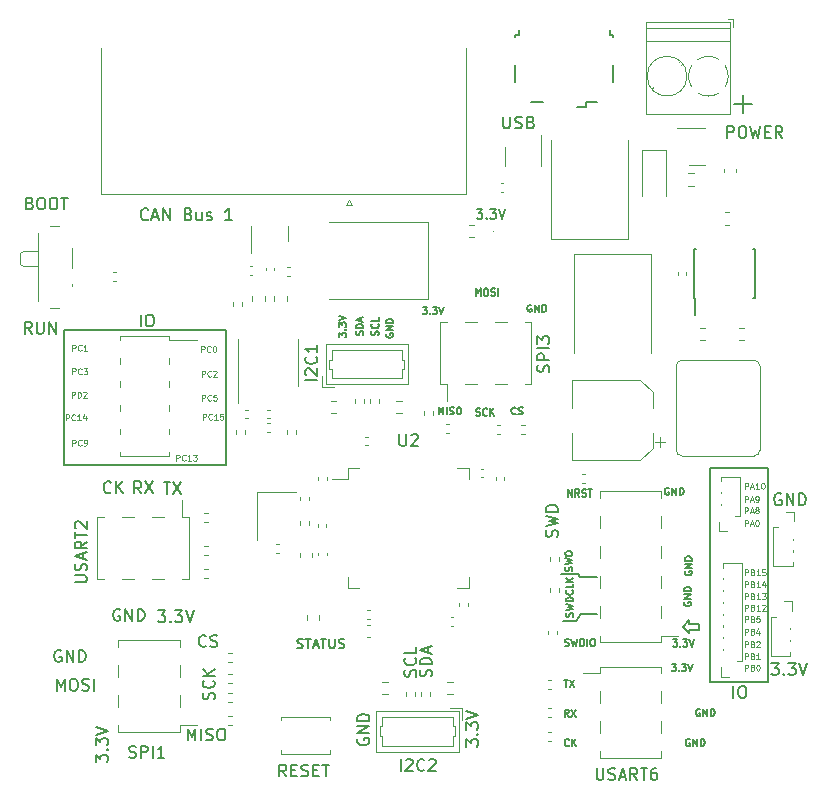
<source format=gbr>
%TF.GenerationSoftware,KiCad,Pcbnew,(6.0.1)*%
%TF.CreationDate,2022-05-20T13:38:49+06:30*%
%TF.ProjectId,STM32_Com_Buck,53544d33-325f-4436-9f6d-5f4275636b2e,v1.0*%
%TF.SameCoordinates,Original*%
%TF.FileFunction,Legend,Top*%
%TF.FilePolarity,Positive*%
%FSLAX46Y46*%
G04 Gerber Fmt 4.6, Leading zero omitted, Abs format (unit mm)*
G04 Created by KiCad (PCBNEW (6.0.1)) date 2022-05-20 13:38:49*
%MOMM*%
%LPD*%
G01*
G04 APERTURE LIST*
%ADD10C,0.150000*%
%ADD11C,0.125000*%
%ADD12C,0.120000*%
%ADD13C,0.100000*%
G04 APERTURE END LIST*
D10*
X193230647Y-30905504D02*
X193725885Y-30905504D01*
X193459219Y-31210266D01*
X193573504Y-31210266D01*
X193649695Y-31248361D01*
X193687790Y-31286457D01*
X193725885Y-31362647D01*
X193725885Y-31553123D01*
X193687790Y-31629314D01*
X193649695Y-31667409D01*
X193573504Y-31705504D01*
X193344933Y-31705504D01*
X193268742Y-31667409D01*
X193230647Y-31629314D01*
X194068742Y-31629314D02*
X194106838Y-31667409D01*
X194068742Y-31705504D01*
X194030647Y-31667409D01*
X194068742Y-31629314D01*
X194068742Y-31705504D01*
X194373504Y-30905504D02*
X194868742Y-30905504D01*
X194602076Y-31210266D01*
X194716361Y-31210266D01*
X194792552Y-31248361D01*
X194830647Y-31286457D01*
X194868742Y-31362647D01*
X194868742Y-31553123D01*
X194830647Y-31629314D01*
X194792552Y-31667409D01*
X194716361Y-31705504D01*
X194487790Y-31705504D01*
X194411600Y-31667409D01*
X194373504Y-31629314D01*
X195097314Y-30905504D02*
X195363980Y-31705504D01*
X195630647Y-30905504D01*
X178054247Y-68040209D02*
X178168533Y-68078304D01*
X178359009Y-68078304D01*
X178435200Y-68040209D01*
X178473295Y-68002114D01*
X178511390Y-67925923D01*
X178511390Y-67849733D01*
X178473295Y-67773542D01*
X178435200Y-67735447D01*
X178359009Y-67697352D01*
X178206628Y-67659257D01*
X178130438Y-67621161D01*
X178092342Y-67583066D01*
X178054247Y-67506876D01*
X178054247Y-67430685D01*
X178092342Y-67354495D01*
X178130438Y-67316400D01*
X178206628Y-67278304D01*
X178397104Y-67278304D01*
X178511390Y-67316400D01*
X178739961Y-67278304D02*
X179197104Y-67278304D01*
X178968533Y-68078304D02*
X178968533Y-67278304D01*
X179425676Y-67849733D02*
X179806628Y-67849733D01*
X179349485Y-68078304D02*
X179616152Y-67278304D01*
X179882819Y-68078304D01*
X180035200Y-67278304D02*
X180492342Y-67278304D01*
X180263771Y-68078304D02*
X180263771Y-67278304D01*
X180759009Y-67278304D02*
X180759009Y-67925923D01*
X180797104Y-68002114D01*
X180835200Y-68040209D01*
X180911390Y-68078304D01*
X181063771Y-68078304D01*
X181139961Y-68040209D01*
X181178057Y-68002114D01*
X181216152Y-67925923D01*
X181216152Y-67278304D01*
X181559009Y-68040209D02*
X181673295Y-68078304D01*
X181863771Y-68078304D01*
X181939961Y-68040209D01*
X181978057Y-68002114D01*
X182016152Y-67925923D01*
X182016152Y-67849733D01*
X181978057Y-67773542D01*
X181939961Y-67735447D01*
X181863771Y-67697352D01*
X181711390Y-67659257D01*
X181635200Y-67621161D01*
X181597104Y-67583066D01*
X181559009Y-67506876D01*
X181559009Y-67430685D01*
X181597104Y-67354495D01*
X181635200Y-67316400D01*
X181711390Y-67278304D01*
X181901866Y-67278304D01*
X182016152Y-67316400D01*
X202082400Y-65176400D02*
X203403200Y-65176400D01*
X201980800Y-62026800D02*
X203454000Y-62026800D01*
X158292800Y-52578000D02*
X158292800Y-41148000D01*
X172008800Y-52578000D02*
X158292800Y-52578000D01*
X172008800Y-52324000D02*
X172008800Y-52578000D01*
X172008800Y-41148000D02*
X172008800Y-52324000D01*
X158292800Y-41148000D02*
X172008800Y-41148000D01*
X213004400Y-70967600D02*
X213004400Y-52781200D01*
X217932000Y-70967600D02*
X213004400Y-70967600D01*
X217932000Y-52781200D02*
X217932000Y-70967600D01*
X213004400Y-52781200D02*
X217932000Y-52781200D01*
X214969790Y-72283580D02*
X214969790Y-71283580D01*
X215636457Y-71283580D02*
X215826933Y-71283580D01*
X215922171Y-71331200D01*
X216017409Y-71426438D01*
X216065028Y-71616914D01*
X216065028Y-71950247D01*
X216017409Y-72140723D01*
X215922171Y-72235961D01*
X215826933Y-72283580D01*
X215636457Y-72283580D01*
X215541219Y-72235961D01*
X215445980Y-72140723D01*
X215398361Y-71950247D01*
X215398361Y-71616914D01*
X215445980Y-71426438D01*
X215541219Y-71331200D01*
X215636457Y-71283580D01*
X164779390Y-40838380D02*
X164779390Y-39838380D01*
X165446057Y-39838380D02*
X165636533Y-39838380D01*
X165731771Y-39886000D01*
X165827009Y-39981238D01*
X165874628Y-40171714D01*
X165874628Y-40505047D01*
X165827009Y-40695523D01*
X165731771Y-40790761D01*
X165636533Y-40838380D01*
X165446057Y-40838380D01*
X165350819Y-40790761D01*
X165255580Y-40695523D01*
X165207961Y-40505047D01*
X165207961Y-40171714D01*
X165255580Y-39981238D01*
X165350819Y-39886000D01*
X165446057Y-39838380D01*
X155573504Y-41447980D02*
X155240171Y-40971790D01*
X155002076Y-41447980D02*
X155002076Y-40447980D01*
X155383028Y-40447980D01*
X155478266Y-40495600D01*
X155525885Y-40543219D01*
X155573504Y-40638457D01*
X155573504Y-40781314D01*
X155525885Y-40876552D01*
X155478266Y-40924171D01*
X155383028Y-40971790D01*
X155002076Y-40971790D01*
X156002076Y-40447980D02*
X156002076Y-41257504D01*
X156049695Y-41352742D01*
X156097314Y-41400361D01*
X156192552Y-41447980D01*
X156383028Y-41447980D01*
X156478266Y-41400361D01*
X156525885Y-41352742D01*
X156573504Y-41257504D01*
X156573504Y-40447980D01*
X157049695Y-41447980D02*
X157049695Y-40447980D01*
X157621123Y-41447980D01*
X157621123Y-40447980D01*
X155411657Y-30408571D02*
X155554514Y-30456190D01*
X155602133Y-30503809D01*
X155649752Y-30599047D01*
X155649752Y-30741904D01*
X155602133Y-30837142D01*
X155554514Y-30884761D01*
X155459276Y-30932380D01*
X155078323Y-30932380D01*
X155078323Y-29932380D01*
X155411657Y-29932380D01*
X155506895Y-29980000D01*
X155554514Y-30027619D01*
X155602133Y-30122857D01*
X155602133Y-30218095D01*
X155554514Y-30313333D01*
X155506895Y-30360952D01*
X155411657Y-30408571D01*
X155078323Y-30408571D01*
X156268800Y-29932380D02*
X156459276Y-29932380D01*
X156554514Y-29980000D01*
X156649752Y-30075238D01*
X156697371Y-30265714D01*
X156697371Y-30599047D01*
X156649752Y-30789523D01*
X156554514Y-30884761D01*
X156459276Y-30932380D01*
X156268800Y-30932380D01*
X156173561Y-30884761D01*
X156078323Y-30789523D01*
X156030704Y-30599047D01*
X156030704Y-30265714D01*
X156078323Y-30075238D01*
X156173561Y-29980000D01*
X156268800Y-29932380D01*
X157316419Y-29932380D02*
X157506895Y-29932380D01*
X157602133Y-29980000D01*
X157697371Y-30075238D01*
X157744990Y-30265714D01*
X157744990Y-30599047D01*
X157697371Y-30789523D01*
X157602133Y-30884761D01*
X157506895Y-30932380D01*
X157316419Y-30932380D01*
X157221180Y-30884761D01*
X157125942Y-30789523D01*
X157078323Y-30599047D01*
X157078323Y-30265714D01*
X157125942Y-30075238D01*
X157221180Y-29980000D01*
X157316419Y-29932380D01*
X158030704Y-29932380D02*
X158602133Y-29932380D01*
X158316419Y-30932380D02*
X158316419Y-29932380D01*
X177109619Y-78938380D02*
X176776285Y-78462190D01*
X176538190Y-78938380D02*
X176538190Y-77938380D01*
X176919142Y-77938380D01*
X177014380Y-77986000D01*
X177062000Y-78033619D01*
X177109619Y-78128857D01*
X177109619Y-78271714D01*
X177062000Y-78366952D01*
X177014380Y-78414571D01*
X176919142Y-78462190D01*
X176538190Y-78462190D01*
X177538190Y-78414571D02*
X177871523Y-78414571D01*
X178014380Y-78938380D02*
X177538190Y-78938380D01*
X177538190Y-77938380D01*
X178014380Y-77938380D01*
X178395333Y-78890761D02*
X178538190Y-78938380D01*
X178776285Y-78938380D01*
X178871523Y-78890761D01*
X178919142Y-78843142D01*
X178966761Y-78747904D01*
X178966761Y-78652666D01*
X178919142Y-78557428D01*
X178871523Y-78509809D01*
X178776285Y-78462190D01*
X178585809Y-78414571D01*
X178490571Y-78366952D01*
X178442952Y-78319333D01*
X178395333Y-78224095D01*
X178395333Y-78128857D01*
X178442952Y-78033619D01*
X178490571Y-77986000D01*
X178585809Y-77938380D01*
X178823904Y-77938380D01*
X178966761Y-77986000D01*
X179395333Y-78414571D02*
X179728666Y-78414571D01*
X179871523Y-78938380D02*
X179395333Y-78938380D01*
X179395333Y-77938380D01*
X179871523Y-77938380D01*
X180157238Y-77938380D02*
X180728666Y-77938380D01*
X180442952Y-78938380D02*
X180442952Y-77938380D01*
X184900857Y-41557485D02*
X184929428Y-41471771D01*
X184929428Y-41328914D01*
X184900857Y-41271771D01*
X184872285Y-41243200D01*
X184815142Y-41214628D01*
X184758000Y-41214628D01*
X184700857Y-41243200D01*
X184672285Y-41271771D01*
X184643714Y-41328914D01*
X184615142Y-41443200D01*
X184586571Y-41500342D01*
X184558000Y-41528914D01*
X184500857Y-41557485D01*
X184443714Y-41557485D01*
X184386571Y-41528914D01*
X184358000Y-41500342D01*
X184329428Y-41443200D01*
X184329428Y-41300342D01*
X184358000Y-41214628D01*
X184872285Y-40614628D02*
X184900857Y-40643200D01*
X184929428Y-40728914D01*
X184929428Y-40786057D01*
X184900857Y-40871771D01*
X184843714Y-40928914D01*
X184786571Y-40957485D01*
X184672285Y-40986057D01*
X184586571Y-40986057D01*
X184472285Y-40957485D01*
X184415142Y-40928914D01*
X184358000Y-40871771D01*
X184329428Y-40786057D01*
X184329428Y-40728914D01*
X184358000Y-40643200D01*
X184386571Y-40614628D01*
X184929428Y-40071771D02*
X184929428Y-40357485D01*
X184329428Y-40357485D01*
X183580057Y-41571771D02*
X183608628Y-41486057D01*
X183608628Y-41343200D01*
X183580057Y-41286057D01*
X183551485Y-41257485D01*
X183494342Y-41228914D01*
X183437200Y-41228914D01*
X183380057Y-41257485D01*
X183351485Y-41286057D01*
X183322914Y-41343200D01*
X183294342Y-41457485D01*
X183265771Y-41514628D01*
X183237200Y-41543200D01*
X183180057Y-41571771D01*
X183122914Y-41571771D01*
X183065771Y-41543200D01*
X183037200Y-41514628D01*
X183008628Y-41457485D01*
X183008628Y-41314628D01*
X183037200Y-41228914D01*
X183608628Y-40971771D02*
X183008628Y-40971771D01*
X183008628Y-40828914D01*
X183037200Y-40743200D01*
X183094342Y-40686057D01*
X183151485Y-40657485D01*
X183265771Y-40628914D01*
X183351485Y-40628914D01*
X183465771Y-40657485D01*
X183522914Y-40686057D01*
X183580057Y-40743200D01*
X183608628Y-40828914D01*
X183608628Y-40971771D01*
X183437200Y-40400342D02*
X183437200Y-40114628D01*
X183608628Y-40457485D02*
X183008628Y-40257485D01*
X183608628Y-40057485D01*
X185577200Y-41452742D02*
X185548628Y-41509885D01*
X185548628Y-41595600D01*
X185577200Y-41681314D01*
X185634342Y-41738457D01*
X185691485Y-41767028D01*
X185805771Y-41795600D01*
X185891485Y-41795600D01*
X186005771Y-41767028D01*
X186062914Y-41738457D01*
X186120057Y-41681314D01*
X186148628Y-41595600D01*
X186148628Y-41538457D01*
X186120057Y-41452742D01*
X186091485Y-41424171D01*
X185891485Y-41424171D01*
X185891485Y-41538457D01*
X186148628Y-41167028D02*
X185548628Y-41167028D01*
X186148628Y-40824171D01*
X185548628Y-40824171D01*
X186148628Y-40538457D02*
X185548628Y-40538457D01*
X185548628Y-40395600D01*
X185577200Y-40309885D01*
X185634342Y-40252742D01*
X185691485Y-40224171D01*
X185805771Y-40195600D01*
X185891485Y-40195600D01*
X186005771Y-40224171D01*
X186062914Y-40252742D01*
X186120057Y-40309885D01*
X186148628Y-40395600D01*
X186148628Y-40538457D01*
X181586228Y-41728914D02*
X181586228Y-41357485D01*
X181814800Y-41557485D01*
X181814800Y-41471771D01*
X181843371Y-41414628D01*
X181871942Y-41386057D01*
X181929085Y-41357485D01*
X182071942Y-41357485D01*
X182129085Y-41386057D01*
X182157657Y-41414628D01*
X182186228Y-41471771D01*
X182186228Y-41643200D01*
X182157657Y-41700342D01*
X182129085Y-41728914D01*
X182129085Y-41100342D02*
X182157657Y-41071771D01*
X182186228Y-41100342D01*
X182157657Y-41128914D01*
X182129085Y-41100342D01*
X182186228Y-41100342D01*
X181586228Y-40871771D02*
X181586228Y-40500342D01*
X181814800Y-40700342D01*
X181814800Y-40614628D01*
X181843371Y-40557485D01*
X181871942Y-40528914D01*
X181929085Y-40500342D01*
X182071942Y-40500342D01*
X182129085Y-40528914D01*
X182157657Y-40557485D01*
X182186228Y-40614628D01*
X182186228Y-40786057D01*
X182157657Y-40843200D01*
X182129085Y-40871771D01*
X181586228Y-40328914D02*
X182186228Y-40128914D01*
X181586228Y-39928914D01*
X188649085Y-39193828D02*
X189020514Y-39193828D01*
X188820514Y-39422400D01*
X188906228Y-39422400D01*
X188963371Y-39450971D01*
X188991942Y-39479542D01*
X189020514Y-39536685D01*
X189020514Y-39679542D01*
X188991942Y-39736685D01*
X188963371Y-39765257D01*
X188906228Y-39793828D01*
X188734800Y-39793828D01*
X188677657Y-39765257D01*
X188649085Y-39736685D01*
X189277657Y-39736685D02*
X189306228Y-39765257D01*
X189277657Y-39793828D01*
X189249085Y-39765257D01*
X189277657Y-39736685D01*
X189277657Y-39793828D01*
X189506228Y-39193828D02*
X189877657Y-39193828D01*
X189677657Y-39422400D01*
X189763371Y-39422400D01*
X189820514Y-39450971D01*
X189849085Y-39479542D01*
X189877657Y-39536685D01*
X189877657Y-39679542D01*
X189849085Y-39736685D01*
X189820514Y-39765257D01*
X189763371Y-39793828D01*
X189591942Y-39793828D01*
X189534800Y-39765257D01*
X189506228Y-39736685D01*
X190049085Y-39193828D02*
X190249085Y-39793828D01*
X190449085Y-39193828D01*
X193163942Y-38219028D02*
X193163942Y-37619028D01*
X193363942Y-38047600D01*
X193563942Y-37619028D01*
X193563942Y-38219028D01*
X193963942Y-37619028D02*
X194078228Y-37619028D01*
X194135371Y-37647600D01*
X194192514Y-37704742D01*
X194221085Y-37819028D01*
X194221085Y-38019028D01*
X194192514Y-38133314D01*
X194135371Y-38190457D01*
X194078228Y-38219028D01*
X193963942Y-38219028D01*
X193906800Y-38190457D01*
X193849657Y-38133314D01*
X193821085Y-38019028D01*
X193821085Y-37819028D01*
X193849657Y-37704742D01*
X193906800Y-37647600D01*
X193963942Y-37619028D01*
X194449657Y-38190457D02*
X194535371Y-38219028D01*
X194678228Y-38219028D01*
X194735371Y-38190457D01*
X194763942Y-38161885D01*
X194792514Y-38104742D01*
X194792514Y-38047600D01*
X194763942Y-37990457D01*
X194735371Y-37961885D01*
X194678228Y-37933314D01*
X194563942Y-37904742D01*
X194506800Y-37876171D01*
X194478228Y-37847600D01*
X194449657Y-37790457D01*
X194449657Y-37733314D01*
X194478228Y-37676171D01*
X194506800Y-37647600D01*
X194563942Y-37619028D01*
X194706800Y-37619028D01*
X194792514Y-37647600D01*
X195049657Y-38219028D02*
X195049657Y-37619028D01*
X190014342Y-48277428D02*
X190014342Y-47677428D01*
X190214342Y-48106000D01*
X190414342Y-47677428D01*
X190414342Y-48277428D01*
X190700057Y-48277428D02*
X190700057Y-47677428D01*
X190957200Y-48248857D02*
X191042914Y-48277428D01*
X191185771Y-48277428D01*
X191242914Y-48248857D01*
X191271485Y-48220285D01*
X191300057Y-48163142D01*
X191300057Y-48106000D01*
X191271485Y-48048857D01*
X191242914Y-48020285D01*
X191185771Y-47991714D01*
X191071485Y-47963142D01*
X191014342Y-47934571D01*
X190985771Y-47906000D01*
X190957200Y-47848857D01*
X190957200Y-47791714D01*
X190985771Y-47734571D01*
X191014342Y-47706000D01*
X191071485Y-47677428D01*
X191214342Y-47677428D01*
X191300057Y-47706000D01*
X191671485Y-47677428D02*
X191785771Y-47677428D01*
X191842914Y-47706000D01*
X191900057Y-47763142D01*
X191928628Y-47877428D01*
X191928628Y-48077428D01*
X191900057Y-48191714D01*
X191842914Y-48248857D01*
X191785771Y-48277428D01*
X191671485Y-48277428D01*
X191614342Y-48248857D01*
X191557200Y-48191714D01*
X191528628Y-48077428D01*
X191528628Y-47877428D01*
X191557200Y-47763142D01*
X191614342Y-47706000D01*
X191671485Y-47677428D01*
X193182971Y-48350457D02*
X193268685Y-48379028D01*
X193411542Y-48379028D01*
X193468685Y-48350457D01*
X193497257Y-48321885D01*
X193525828Y-48264742D01*
X193525828Y-48207600D01*
X193497257Y-48150457D01*
X193468685Y-48121885D01*
X193411542Y-48093314D01*
X193297257Y-48064742D01*
X193240114Y-48036171D01*
X193211542Y-48007600D01*
X193182971Y-47950457D01*
X193182971Y-47893314D01*
X193211542Y-47836171D01*
X193240114Y-47807600D01*
X193297257Y-47779028D01*
X193440114Y-47779028D01*
X193525828Y-47807600D01*
X194125828Y-48321885D02*
X194097257Y-48350457D01*
X194011542Y-48379028D01*
X193954400Y-48379028D01*
X193868685Y-48350457D01*
X193811542Y-48293314D01*
X193782971Y-48236171D01*
X193754400Y-48121885D01*
X193754400Y-48036171D01*
X193782971Y-47921885D01*
X193811542Y-47864742D01*
X193868685Y-47807600D01*
X193954400Y-47779028D01*
X194011542Y-47779028D01*
X194097257Y-47807600D01*
X194125828Y-47836171D01*
X194382971Y-48379028D02*
X194382971Y-47779028D01*
X194725828Y-48379028D02*
X194468685Y-48036171D01*
X194725828Y-47779028D02*
X194382971Y-48121885D01*
X196546800Y-48220285D02*
X196518228Y-48248857D01*
X196432514Y-48277428D01*
X196375371Y-48277428D01*
X196289657Y-48248857D01*
X196232514Y-48191714D01*
X196203942Y-48134571D01*
X196175371Y-48020285D01*
X196175371Y-47934571D01*
X196203942Y-47820285D01*
X196232514Y-47763142D01*
X196289657Y-47706000D01*
X196375371Y-47677428D01*
X196432514Y-47677428D01*
X196518228Y-47706000D01*
X196546800Y-47734571D01*
X196775371Y-48248857D02*
X196861085Y-48277428D01*
X197003942Y-48277428D01*
X197061085Y-48248857D01*
X197089657Y-48220285D01*
X197118228Y-48163142D01*
X197118228Y-48106000D01*
X197089657Y-48048857D01*
X197061085Y-48020285D01*
X197003942Y-47991714D01*
X196889657Y-47963142D01*
X196832514Y-47934571D01*
X196803942Y-47906000D01*
X196775371Y-47848857D01*
X196775371Y-47791714D01*
X196803942Y-47734571D01*
X196832514Y-47706000D01*
X196889657Y-47677428D01*
X197032514Y-47677428D01*
X197118228Y-47706000D01*
X197866057Y-39019200D02*
X197808914Y-38990628D01*
X197723200Y-38990628D01*
X197637485Y-39019200D01*
X197580342Y-39076342D01*
X197551771Y-39133485D01*
X197523200Y-39247771D01*
X197523200Y-39333485D01*
X197551771Y-39447771D01*
X197580342Y-39504914D01*
X197637485Y-39562057D01*
X197723200Y-39590628D01*
X197780342Y-39590628D01*
X197866057Y-39562057D01*
X197894628Y-39533485D01*
X197894628Y-39333485D01*
X197780342Y-39333485D01*
X198151771Y-39590628D02*
X198151771Y-38990628D01*
X198494628Y-39590628D01*
X198494628Y-38990628D01*
X198780342Y-39590628D02*
X198780342Y-38990628D01*
X198923200Y-38990628D01*
X199008914Y-39019200D01*
X199066057Y-39076342D01*
X199094628Y-39133485D01*
X199123200Y-39247771D01*
X199123200Y-39333485D01*
X199094628Y-39447771D01*
X199066057Y-39504914D01*
X199008914Y-39562057D01*
X198923200Y-39590628D01*
X198780342Y-39590628D01*
X201676000Y-65735200D02*
X202082400Y-65176400D01*
X200507600Y-65735200D02*
X201676000Y-65735200D01*
X201828400Y-61823600D02*
X201980800Y-62026800D01*
X200406000Y-61823600D02*
X201828400Y-61823600D01*
X201309257Y-61534571D02*
X201337828Y-61448857D01*
X201337828Y-61306000D01*
X201309257Y-61248857D01*
X201280685Y-61220285D01*
X201223542Y-61191714D01*
X201166400Y-61191714D01*
X201109257Y-61220285D01*
X201080685Y-61248857D01*
X201052114Y-61306000D01*
X201023542Y-61420285D01*
X200994971Y-61477428D01*
X200966400Y-61506000D01*
X200909257Y-61534571D01*
X200852114Y-61534571D01*
X200794971Y-61506000D01*
X200766400Y-61477428D01*
X200737828Y-61420285D01*
X200737828Y-61277428D01*
X200766400Y-61191714D01*
X200737828Y-60991714D02*
X201337828Y-60848857D01*
X200909257Y-60734571D01*
X201337828Y-60620285D01*
X200737828Y-60477428D01*
X200737828Y-60134571D02*
X200737828Y-60020285D01*
X200766400Y-59963142D01*
X200823542Y-59906000D01*
X200937828Y-59877428D01*
X201137828Y-59877428D01*
X201252114Y-59906000D01*
X201309257Y-59963142D01*
X201337828Y-60020285D01*
X201337828Y-60134571D01*
X201309257Y-60191714D01*
X201252114Y-60248857D01*
X201137828Y-60277428D01*
X200937828Y-60277428D01*
X200823542Y-60248857D01*
X200766400Y-60191714D01*
X200737828Y-60134571D01*
X201360057Y-65411142D02*
X201388628Y-65325428D01*
X201388628Y-65182571D01*
X201360057Y-65125428D01*
X201331485Y-65096857D01*
X201274342Y-65068285D01*
X201217200Y-65068285D01*
X201160057Y-65096857D01*
X201131485Y-65125428D01*
X201102914Y-65182571D01*
X201074342Y-65296857D01*
X201045771Y-65354000D01*
X201017200Y-65382571D01*
X200960057Y-65411142D01*
X200902914Y-65411142D01*
X200845771Y-65382571D01*
X200817200Y-65354000D01*
X200788628Y-65296857D01*
X200788628Y-65154000D01*
X200817200Y-65068285D01*
X200788628Y-64868285D02*
X201388628Y-64725428D01*
X200960057Y-64611142D01*
X201388628Y-64496857D01*
X200788628Y-64354000D01*
X201388628Y-64125428D02*
X200788628Y-64125428D01*
X200788628Y-63982571D01*
X200817200Y-63896857D01*
X200874342Y-63839714D01*
X200931485Y-63811142D01*
X201045771Y-63782571D01*
X201131485Y-63782571D01*
X201245771Y-63811142D01*
X201302914Y-63839714D01*
X201360057Y-63896857D01*
X201388628Y-63982571D01*
X201388628Y-64125428D01*
X201331485Y-63182571D02*
X201360057Y-63211142D01*
X201388628Y-63296857D01*
X201388628Y-63354000D01*
X201360057Y-63439714D01*
X201302914Y-63496857D01*
X201245771Y-63525428D01*
X201131485Y-63554000D01*
X201045771Y-63554000D01*
X200931485Y-63525428D01*
X200874342Y-63496857D01*
X200817200Y-63439714D01*
X200788628Y-63354000D01*
X200788628Y-63296857D01*
X200817200Y-63211142D01*
X200845771Y-63182571D01*
X201388628Y-62639714D02*
X201388628Y-62925428D01*
X200788628Y-62925428D01*
X201388628Y-62439714D02*
X200788628Y-62439714D01*
X201388628Y-62096857D02*
X201045771Y-62354000D01*
X200788628Y-62096857D02*
X201131485Y-62439714D01*
X200709371Y-67857657D02*
X200795085Y-67886228D01*
X200937942Y-67886228D01*
X200995085Y-67857657D01*
X201023657Y-67829085D01*
X201052228Y-67771942D01*
X201052228Y-67714800D01*
X201023657Y-67657657D01*
X200995085Y-67629085D01*
X200937942Y-67600514D01*
X200823657Y-67571942D01*
X200766514Y-67543371D01*
X200737942Y-67514800D01*
X200709371Y-67457657D01*
X200709371Y-67400514D01*
X200737942Y-67343371D01*
X200766514Y-67314800D01*
X200823657Y-67286228D01*
X200966514Y-67286228D01*
X201052228Y-67314800D01*
X201252228Y-67286228D02*
X201395085Y-67886228D01*
X201509371Y-67457657D01*
X201623657Y-67886228D01*
X201766514Y-67286228D01*
X201995085Y-67886228D02*
X201995085Y-67286228D01*
X202137942Y-67286228D01*
X202223657Y-67314800D01*
X202280800Y-67371942D01*
X202309371Y-67429085D01*
X202337942Y-67543371D01*
X202337942Y-67629085D01*
X202309371Y-67743371D01*
X202280800Y-67800514D01*
X202223657Y-67857657D01*
X202137942Y-67886228D01*
X201995085Y-67886228D01*
X202595085Y-67886228D02*
X202595085Y-67286228D01*
X202995085Y-67286228D02*
X203109371Y-67286228D01*
X203166514Y-67314800D01*
X203223657Y-67371942D01*
X203252228Y-67486228D01*
X203252228Y-67686228D01*
X203223657Y-67800514D01*
X203166514Y-67857657D01*
X203109371Y-67886228D01*
X202995085Y-67886228D01*
X202937942Y-67857657D01*
X202880800Y-67800514D01*
X202852228Y-67686228D01*
X202852228Y-67486228D01*
X202880800Y-67371942D01*
X202937942Y-67314800D01*
X202995085Y-67286228D01*
X209832685Y-67337028D02*
X210204114Y-67337028D01*
X210004114Y-67565600D01*
X210089828Y-67565600D01*
X210146971Y-67594171D01*
X210175542Y-67622742D01*
X210204114Y-67679885D01*
X210204114Y-67822742D01*
X210175542Y-67879885D01*
X210146971Y-67908457D01*
X210089828Y-67937028D01*
X209918400Y-67937028D01*
X209861257Y-67908457D01*
X209832685Y-67879885D01*
X210461257Y-67879885D02*
X210489828Y-67908457D01*
X210461257Y-67937028D01*
X210432685Y-67908457D01*
X210461257Y-67879885D01*
X210461257Y-67937028D01*
X210689828Y-67337028D02*
X211061257Y-67337028D01*
X210861257Y-67565600D01*
X210946971Y-67565600D01*
X211004114Y-67594171D01*
X211032685Y-67622742D01*
X211061257Y-67679885D01*
X211061257Y-67822742D01*
X211032685Y-67879885D01*
X211004114Y-67908457D01*
X210946971Y-67937028D01*
X210775542Y-67937028D01*
X210718400Y-67908457D01*
X210689828Y-67879885D01*
X211232685Y-67337028D02*
X211432685Y-67937028D01*
X211632685Y-67337028D01*
X210824800Y-64160342D02*
X210796228Y-64217485D01*
X210796228Y-64303200D01*
X210824800Y-64388914D01*
X210881942Y-64446057D01*
X210939085Y-64474628D01*
X211053371Y-64503200D01*
X211139085Y-64503200D01*
X211253371Y-64474628D01*
X211310514Y-64446057D01*
X211367657Y-64388914D01*
X211396228Y-64303200D01*
X211396228Y-64246057D01*
X211367657Y-64160342D01*
X211339085Y-64131771D01*
X211139085Y-64131771D01*
X211139085Y-64246057D01*
X211396228Y-63874628D02*
X210796228Y-63874628D01*
X211396228Y-63531771D01*
X210796228Y-63531771D01*
X211396228Y-63246057D02*
X210796228Y-63246057D01*
X210796228Y-63103200D01*
X210824800Y-63017485D01*
X210881942Y-62960342D01*
X210939085Y-62931771D01*
X211053371Y-62903200D01*
X211139085Y-62903200D01*
X211253371Y-62931771D01*
X211310514Y-62960342D01*
X211367657Y-63017485D01*
X211396228Y-63103200D01*
X211396228Y-63246057D01*
X210875600Y-61569542D02*
X210847028Y-61626685D01*
X210847028Y-61712400D01*
X210875600Y-61798114D01*
X210932742Y-61855257D01*
X210989885Y-61883828D01*
X211104171Y-61912400D01*
X211189885Y-61912400D01*
X211304171Y-61883828D01*
X211361314Y-61855257D01*
X211418457Y-61798114D01*
X211447028Y-61712400D01*
X211447028Y-61655257D01*
X211418457Y-61569542D01*
X211389885Y-61540971D01*
X211189885Y-61540971D01*
X211189885Y-61655257D01*
X211447028Y-61283828D02*
X210847028Y-61283828D01*
X211447028Y-60940971D01*
X210847028Y-60940971D01*
X211447028Y-60655257D02*
X210847028Y-60655257D01*
X210847028Y-60512400D01*
X210875600Y-60426685D01*
X210932742Y-60369542D01*
X210989885Y-60340971D01*
X211104171Y-60312400D01*
X211189885Y-60312400D01*
X211304171Y-60340971D01*
X211361314Y-60369542D01*
X211418457Y-60426685D01*
X211447028Y-60512400D01*
X211447028Y-60655257D01*
X200944285Y-55237028D02*
X200944285Y-54637028D01*
X201287142Y-55237028D01*
X201287142Y-54637028D01*
X201915714Y-55237028D02*
X201715714Y-54951314D01*
X201572857Y-55237028D02*
X201572857Y-54637028D01*
X201801428Y-54637028D01*
X201858571Y-54665600D01*
X201887142Y-54694171D01*
X201915714Y-54751314D01*
X201915714Y-54837028D01*
X201887142Y-54894171D01*
X201858571Y-54922742D01*
X201801428Y-54951314D01*
X201572857Y-54951314D01*
X202144285Y-55208457D02*
X202230000Y-55237028D01*
X202372857Y-55237028D01*
X202430000Y-55208457D01*
X202458571Y-55179885D01*
X202487142Y-55122742D01*
X202487142Y-55065600D01*
X202458571Y-55008457D01*
X202430000Y-54979885D01*
X202372857Y-54951314D01*
X202258571Y-54922742D01*
X202201428Y-54894171D01*
X202172857Y-54865600D01*
X202144285Y-54808457D01*
X202144285Y-54751314D01*
X202172857Y-54694171D01*
X202201428Y-54665600D01*
X202258571Y-54637028D01*
X202401428Y-54637028D01*
X202487142Y-54665600D01*
X202658571Y-54637028D02*
X203001428Y-54637028D01*
X202830000Y-55237028D02*
X202830000Y-54637028D01*
X209499257Y-54513200D02*
X209442114Y-54484628D01*
X209356400Y-54484628D01*
X209270685Y-54513200D01*
X209213542Y-54570342D01*
X209184971Y-54627485D01*
X209156400Y-54741771D01*
X209156400Y-54827485D01*
X209184971Y-54941771D01*
X209213542Y-54998914D01*
X209270685Y-55056057D01*
X209356400Y-55084628D01*
X209413542Y-55084628D01*
X209499257Y-55056057D01*
X209527828Y-55027485D01*
X209527828Y-54827485D01*
X209413542Y-54827485D01*
X209784971Y-55084628D02*
X209784971Y-54484628D01*
X210127828Y-55084628D01*
X210127828Y-54484628D01*
X210413542Y-55084628D02*
X210413542Y-54484628D01*
X210556400Y-54484628D01*
X210642114Y-54513200D01*
X210699257Y-54570342D01*
X210727828Y-54627485D01*
X210756400Y-54741771D01*
X210756400Y-54827485D01*
X210727828Y-54941771D01*
X210699257Y-54998914D01*
X210642114Y-55056057D01*
X210556400Y-55084628D01*
X210413542Y-55084628D01*
X200609257Y-70740628D02*
X200952114Y-70740628D01*
X200780685Y-71340628D02*
X200780685Y-70740628D01*
X201094971Y-70740628D02*
X201494971Y-71340628D01*
X201494971Y-70740628D02*
X201094971Y-71340628D01*
X201017200Y-73880628D02*
X200817200Y-73594914D01*
X200674342Y-73880628D02*
X200674342Y-73280628D01*
X200902914Y-73280628D01*
X200960057Y-73309200D01*
X200988628Y-73337771D01*
X201017200Y-73394914D01*
X201017200Y-73480628D01*
X200988628Y-73537771D01*
X200960057Y-73566342D01*
X200902914Y-73594914D01*
X200674342Y-73594914D01*
X201217200Y-73280628D02*
X201617200Y-73880628D01*
X201617200Y-73280628D02*
X201217200Y-73880628D01*
X201053714Y-76312685D02*
X201025142Y-76341257D01*
X200939428Y-76369828D01*
X200882285Y-76369828D01*
X200796571Y-76341257D01*
X200739428Y-76284114D01*
X200710857Y-76226971D01*
X200682285Y-76112685D01*
X200682285Y-76026971D01*
X200710857Y-75912685D01*
X200739428Y-75855542D01*
X200796571Y-75798400D01*
X200882285Y-75769828D01*
X200939428Y-75769828D01*
X201025142Y-75798400D01*
X201053714Y-75826971D01*
X201310857Y-76369828D02*
X201310857Y-75769828D01*
X201653714Y-76369828D02*
X201396571Y-76026971D01*
X201653714Y-75769828D02*
X201310857Y-76112685D01*
X211277257Y-75798400D02*
X211220114Y-75769828D01*
X211134400Y-75769828D01*
X211048685Y-75798400D01*
X210991542Y-75855542D01*
X210962971Y-75912685D01*
X210934400Y-76026971D01*
X210934400Y-76112685D01*
X210962971Y-76226971D01*
X210991542Y-76284114D01*
X211048685Y-76341257D01*
X211134400Y-76369828D01*
X211191542Y-76369828D01*
X211277257Y-76341257D01*
X211305828Y-76312685D01*
X211305828Y-76112685D01*
X211191542Y-76112685D01*
X211562971Y-76369828D02*
X211562971Y-75769828D01*
X211905828Y-76369828D01*
X211905828Y-75769828D01*
X212191542Y-76369828D02*
X212191542Y-75769828D01*
X212334400Y-75769828D01*
X212420114Y-75798400D01*
X212477257Y-75855542D01*
X212505828Y-75912685D01*
X212534400Y-76026971D01*
X212534400Y-76112685D01*
X212505828Y-76226971D01*
X212477257Y-76284114D01*
X212420114Y-76341257D01*
X212334400Y-76369828D01*
X212191542Y-76369828D01*
X212140857Y-73258400D02*
X212083714Y-73229828D01*
X211998000Y-73229828D01*
X211912285Y-73258400D01*
X211855142Y-73315542D01*
X211826571Y-73372685D01*
X211798000Y-73486971D01*
X211798000Y-73572685D01*
X211826571Y-73686971D01*
X211855142Y-73744114D01*
X211912285Y-73801257D01*
X211998000Y-73829828D01*
X212055142Y-73829828D01*
X212140857Y-73801257D01*
X212169428Y-73772685D01*
X212169428Y-73572685D01*
X212055142Y-73572685D01*
X212426571Y-73829828D02*
X212426571Y-73229828D01*
X212769428Y-73829828D01*
X212769428Y-73229828D01*
X213055142Y-73829828D02*
X213055142Y-73229828D01*
X213198000Y-73229828D01*
X213283714Y-73258400D01*
X213340857Y-73315542D01*
X213369428Y-73372685D01*
X213398000Y-73486971D01*
X213398000Y-73572685D01*
X213369428Y-73686971D01*
X213340857Y-73744114D01*
X213283714Y-73801257D01*
X213198000Y-73829828D01*
X213055142Y-73829828D01*
X209731085Y-69419828D02*
X210102514Y-69419828D01*
X209902514Y-69648400D01*
X209988228Y-69648400D01*
X210045371Y-69676971D01*
X210073942Y-69705542D01*
X210102514Y-69762685D01*
X210102514Y-69905542D01*
X210073942Y-69962685D01*
X210045371Y-69991257D01*
X209988228Y-70019828D01*
X209816800Y-70019828D01*
X209759657Y-69991257D01*
X209731085Y-69962685D01*
X210359657Y-69962685D02*
X210388228Y-69991257D01*
X210359657Y-70019828D01*
X210331085Y-69991257D01*
X210359657Y-69962685D01*
X210359657Y-70019828D01*
X210588228Y-69419828D02*
X210959657Y-69419828D01*
X210759657Y-69648400D01*
X210845371Y-69648400D01*
X210902514Y-69676971D01*
X210931085Y-69705542D01*
X210959657Y-69762685D01*
X210959657Y-69905542D01*
X210931085Y-69962685D01*
X210902514Y-69991257D01*
X210845371Y-70019828D01*
X210673942Y-70019828D01*
X210616800Y-69991257D01*
X210588228Y-69962685D01*
X211131085Y-69419828D02*
X211331085Y-70019828D01*
X211531085Y-69419828D01*
X188059961Y-70481676D02*
X188107580Y-70338819D01*
X188107580Y-70100723D01*
X188059961Y-70005485D01*
X188012342Y-69957866D01*
X187917104Y-69910247D01*
X187821866Y-69910247D01*
X187726628Y-69957866D01*
X187679009Y-70005485D01*
X187631390Y-70100723D01*
X187583771Y-70291200D01*
X187536152Y-70386438D01*
X187488533Y-70434057D01*
X187393295Y-70481676D01*
X187298057Y-70481676D01*
X187202819Y-70434057D01*
X187155200Y-70386438D01*
X187107580Y-70291200D01*
X187107580Y-70053104D01*
X187155200Y-69910247D01*
X188012342Y-68910247D02*
X188059961Y-68957866D01*
X188107580Y-69100723D01*
X188107580Y-69195961D01*
X188059961Y-69338819D01*
X187964723Y-69434057D01*
X187869485Y-69481676D01*
X187679009Y-69529295D01*
X187536152Y-69529295D01*
X187345676Y-69481676D01*
X187250438Y-69434057D01*
X187155200Y-69338819D01*
X187107580Y-69195961D01*
X187107580Y-69100723D01*
X187155200Y-68957866D01*
X187202819Y-68910247D01*
X188107580Y-68005485D02*
X188107580Y-68481676D01*
X187107580Y-68481676D01*
X189380761Y-70454685D02*
X189428380Y-70311828D01*
X189428380Y-70073733D01*
X189380761Y-69978495D01*
X189333142Y-69930876D01*
X189237904Y-69883257D01*
X189142666Y-69883257D01*
X189047428Y-69930876D01*
X188999809Y-69978495D01*
X188952190Y-70073733D01*
X188904571Y-70264209D01*
X188856952Y-70359447D01*
X188809333Y-70407066D01*
X188714095Y-70454685D01*
X188618857Y-70454685D01*
X188523619Y-70407066D01*
X188476000Y-70359447D01*
X188428380Y-70264209D01*
X188428380Y-70026114D01*
X188476000Y-69883257D01*
X189428380Y-69454685D02*
X188428380Y-69454685D01*
X188428380Y-69216590D01*
X188476000Y-69073733D01*
X188571238Y-68978495D01*
X188666476Y-68930876D01*
X188856952Y-68883257D01*
X188999809Y-68883257D01*
X189190285Y-68930876D01*
X189285523Y-68978495D01*
X189380761Y-69073733D01*
X189428380Y-69216590D01*
X189428380Y-69454685D01*
X189142666Y-68502304D02*
X189142666Y-68026114D01*
X189428380Y-68597542D02*
X188428380Y-68264209D01*
X189428380Y-67930876D01*
X183192800Y-75742704D02*
X183145180Y-75837942D01*
X183145180Y-75980800D01*
X183192800Y-76123657D01*
X183288038Y-76218895D01*
X183383276Y-76266514D01*
X183573752Y-76314133D01*
X183716609Y-76314133D01*
X183907085Y-76266514D01*
X184002323Y-76218895D01*
X184097561Y-76123657D01*
X184145180Y-75980800D01*
X184145180Y-75885561D01*
X184097561Y-75742704D01*
X184049942Y-75695085D01*
X183716609Y-75695085D01*
X183716609Y-75885561D01*
X184145180Y-75266514D02*
X183145180Y-75266514D01*
X184145180Y-74695085D01*
X183145180Y-74695085D01*
X184145180Y-74218895D02*
X183145180Y-74218895D01*
X183145180Y-73980800D01*
X183192800Y-73837942D01*
X183288038Y-73742704D01*
X183383276Y-73695085D01*
X183573752Y-73647466D01*
X183716609Y-73647466D01*
X183907085Y-73695085D01*
X184002323Y-73742704D01*
X184097561Y-73837942D01*
X184145180Y-73980800D01*
X184145180Y-74218895D01*
X192339980Y-76406190D02*
X192339980Y-75787142D01*
X192720933Y-76120476D01*
X192720933Y-75977619D01*
X192768552Y-75882380D01*
X192816171Y-75834761D01*
X192911409Y-75787142D01*
X193149504Y-75787142D01*
X193244742Y-75834761D01*
X193292361Y-75882380D01*
X193339980Y-75977619D01*
X193339980Y-76263333D01*
X193292361Y-76358571D01*
X193244742Y-76406190D01*
X193244742Y-75358571D02*
X193292361Y-75310952D01*
X193339980Y-75358571D01*
X193292361Y-75406190D01*
X193244742Y-75358571D01*
X193339980Y-75358571D01*
X192339980Y-74977619D02*
X192339980Y-74358571D01*
X192720933Y-74691904D01*
X192720933Y-74549047D01*
X192768552Y-74453809D01*
X192816171Y-74406190D01*
X192911409Y-74358571D01*
X193149504Y-74358571D01*
X193244742Y-74406190D01*
X193292361Y-74453809D01*
X193339980Y-74549047D01*
X193339980Y-74834761D01*
X193292361Y-74930000D01*
X193244742Y-74977619D01*
X192339980Y-74072857D02*
X193339980Y-73739523D01*
X192339980Y-73406190D01*
X160996380Y-77726990D02*
X160996380Y-77107942D01*
X161377333Y-77441276D01*
X161377333Y-77298419D01*
X161424952Y-77203180D01*
X161472571Y-77155561D01*
X161567809Y-77107942D01*
X161805904Y-77107942D01*
X161901142Y-77155561D01*
X161948761Y-77203180D01*
X161996380Y-77298419D01*
X161996380Y-77584133D01*
X161948761Y-77679371D01*
X161901142Y-77726990D01*
X161901142Y-76679371D02*
X161948761Y-76631752D01*
X161996380Y-76679371D01*
X161948761Y-76726990D01*
X161901142Y-76679371D01*
X161996380Y-76679371D01*
X160996380Y-76298419D02*
X160996380Y-75679371D01*
X161377333Y-76012704D01*
X161377333Y-75869847D01*
X161424952Y-75774609D01*
X161472571Y-75726990D01*
X161567809Y-75679371D01*
X161805904Y-75679371D01*
X161901142Y-75726990D01*
X161948761Y-75774609D01*
X161996380Y-75869847D01*
X161996380Y-76155561D01*
X161948761Y-76250800D01*
X161901142Y-76298419D01*
X160996380Y-75393657D02*
X161996380Y-75060323D01*
X160996380Y-74726990D01*
X170318133Y-67870342D02*
X170270514Y-67917961D01*
X170127657Y-67965580D01*
X170032419Y-67965580D01*
X169889561Y-67917961D01*
X169794323Y-67822723D01*
X169746704Y-67727485D01*
X169699085Y-67537009D01*
X169699085Y-67394152D01*
X169746704Y-67203676D01*
X169794323Y-67108438D01*
X169889561Y-67013200D01*
X170032419Y-66965580D01*
X170127657Y-66965580D01*
X170270514Y-67013200D01*
X170318133Y-67060819D01*
X170699085Y-67917961D02*
X170841942Y-67965580D01*
X171080038Y-67965580D01*
X171175276Y-67917961D01*
X171222895Y-67870342D01*
X171270514Y-67775104D01*
X171270514Y-67679866D01*
X171222895Y-67584628D01*
X171175276Y-67537009D01*
X171080038Y-67489390D01*
X170889561Y-67441771D01*
X170794323Y-67394152D01*
X170746704Y-67346533D01*
X170699085Y-67251295D01*
X170699085Y-67156057D01*
X170746704Y-67060819D01*
X170794323Y-67013200D01*
X170889561Y-66965580D01*
X171127657Y-66965580D01*
X171270514Y-67013200D01*
X170991161Y-72405714D02*
X171038780Y-72262857D01*
X171038780Y-72024761D01*
X170991161Y-71929523D01*
X170943542Y-71881904D01*
X170848304Y-71834285D01*
X170753066Y-71834285D01*
X170657828Y-71881904D01*
X170610209Y-71929523D01*
X170562590Y-72024761D01*
X170514971Y-72215238D01*
X170467352Y-72310476D01*
X170419733Y-72358095D01*
X170324495Y-72405714D01*
X170229257Y-72405714D01*
X170134019Y-72358095D01*
X170086400Y-72310476D01*
X170038780Y-72215238D01*
X170038780Y-71977142D01*
X170086400Y-71834285D01*
X170943542Y-70834285D02*
X170991161Y-70881904D01*
X171038780Y-71024761D01*
X171038780Y-71120000D01*
X170991161Y-71262857D01*
X170895923Y-71358095D01*
X170800685Y-71405714D01*
X170610209Y-71453333D01*
X170467352Y-71453333D01*
X170276876Y-71405714D01*
X170181638Y-71358095D01*
X170086400Y-71262857D01*
X170038780Y-71120000D01*
X170038780Y-71024761D01*
X170086400Y-70881904D01*
X170134019Y-70834285D01*
X171038780Y-70405714D02*
X170038780Y-70405714D01*
X171038780Y-69834285D02*
X170467352Y-70262857D01*
X170038780Y-69834285D02*
X170610209Y-70405714D01*
X168760971Y-75890380D02*
X168760971Y-74890380D01*
X169094304Y-75604666D01*
X169427638Y-74890380D01*
X169427638Y-75890380D01*
X169903828Y-75890380D02*
X169903828Y-74890380D01*
X170332400Y-75842761D02*
X170475257Y-75890380D01*
X170713352Y-75890380D01*
X170808590Y-75842761D01*
X170856209Y-75795142D01*
X170903828Y-75699904D01*
X170903828Y-75604666D01*
X170856209Y-75509428D01*
X170808590Y-75461809D01*
X170713352Y-75414190D01*
X170522876Y-75366571D01*
X170427638Y-75318952D01*
X170380019Y-75271333D01*
X170332400Y-75176095D01*
X170332400Y-75080857D01*
X170380019Y-74985619D01*
X170427638Y-74938000D01*
X170522876Y-74890380D01*
X170760971Y-74890380D01*
X170903828Y-74938000D01*
X171522876Y-74890380D02*
X171713352Y-74890380D01*
X171808590Y-74938000D01*
X171903828Y-75033238D01*
X171951447Y-75223714D01*
X171951447Y-75557047D01*
X171903828Y-75747523D01*
X171808590Y-75842761D01*
X171713352Y-75890380D01*
X171522876Y-75890380D01*
X171427638Y-75842761D01*
X171332400Y-75747523D01*
X171284780Y-75557047D01*
X171284780Y-75223714D01*
X171332400Y-75033238D01*
X171427638Y-74938000D01*
X171522876Y-74890380D01*
X157686571Y-71673980D02*
X157686571Y-70673980D01*
X158019904Y-71388266D01*
X158353238Y-70673980D01*
X158353238Y-71673980D01*
X159019904Y-70673980D02*
X159210380Y-70673980D01*
X159305619Y-70721600D01*
X159400857Y-70816838D01*
X159448476Y-71007314D01*
X159448476Y-71340647D01*
X159400857Y-71531123D01*
X159305619Y-71626361D01*
X159210380Y-71673980D01*
X159019904Y-71673980D01*
X158924666Y-71626361D01*
X158829428Y-71531123D01*
X158781809Y-71340647D01*
X158781809Y-71007314D01*
X158829428Y-70816838D01*
X158924666Y-70721600D01*
X159019904Y-70673980D01*
X159829428Y-71626361D02*
X159972285Y-71673980D01*
X160210380Y-71673980D01*
X160305619Y-71626361D01*
X160353238Y-71578742D01*
X160400857Y-71483504D01*
X160400857Y-71388266D01*
X160353238Y-71293028D01*
X160305619Y-71245409D01*
X160210380Y-71197790D01*
X160019904Y-71150171D01*
X159924666Y-71102552D01*
X159877047Y-71054933D01*
X159829428Y-70959695D01*
X159829428Y-70864457D01*
X159877047Y-70769219D01*
X159924666Y-70721600D01*
X160019904Y-70673980D01*
X160258000Y-70673980D01*
X160400857Y-70721600D01*
X160829428Y-71673980D02*
X160829428Y-70673980D01*
X158038895Y-68283200D02*
X157943657Y-68235580D01*
X157800800Y-68235580D01*
X157657942Y-68283200D01*
X157562704Y-68378438D01*
X157515085Y-68473676D01*
X157467466Y-68664152D01*
X157467466Y-68807009D01*
X157515085Y-68997485D01*
X157562704Y-69092723D01*
X157657942Y-69187961D01*
X157800800Y-69235580D01*
X157896038Y-69235580D01*
X158038895Y-69187961D01*
X158086514Y-69140342D01*
X158086514Y-68807009D01*
X157896038Y-68807009D01*
X158515085Y-69235580D02*
X158515085Y-68235580D01*
X159086514Y-69235580D01*
X159086514Y-68235580D01*
X159562704Y-69235580D02*
X159562704Y-68235580D01*
X159800800Y-68235580D01*
X159943657Y-68283200D01*
X160038895Y-68378438D01*
X160086514Y-68473676D01*
X160134133Y-68664152D01*
X160134133Y-68807009D01*
X160086514Y-68997485D01*
X160038895Y-69092723D01*
X159943657Y-69187961D01*
X159800800Y-69235580D01*
X159562704Y-69235580D01*
X163017295Y-64828800D02*
X162922057Y-64781180D01*
X162779200Y-64781180D01*
X162636342Y-64828800D01*
X162541104Y-64924038D01*
X162493485Y-65019276D01*
X162445866Y-65209752D01*
X162445866Y-65352609D01*
X162493485Y-65543085D01*
X162541104Y-65638323D01*
X162636342Y-65733561D01*
X162779200Y-65781180D01*
X162874438Y-65781180D01*
X163017295Y-65733561D01*
X163064914Y-65685942D01*
X163064914Y-65352609D01*
X162874438Y-65352609D01*
X163493485Y-65781180D02*
X163493485Y-64781180D01*
X164064914Y-65781180D01*
X164064914Y-64781180D01*
X164541104Y-65781180D02*
X164541104Y-64781180D01*
X164779200Y-64781180D01*
X164922057Y-64828800D01*
X165017295Y-64924038D01*
X165064914Y-65019276D01*
X165112533Y-65209752D01*
X165112533Y-65352609D01*
X165064914Y-65543085D01*
X165017295Y-65638323D01*
X164922057Y-65733561D01*
X164779200Y-65781180D01*
X164541104Y-65781180D01*
X166265409Y-64882780D02*
X166884457Y-64882780D01*
X166551123Y-65263733D01*
X166693980Y-65263733D01*
X166789219Y-65311352D01*
X166836838Y-65358971D01*
X166884457Y-65454209D01*
X166884457Y-65692304D01*
X166836838Y-65787542D01*
X166789219Y-65835161D01*
X166693980Y-65882780D01*
X166408266Y-65882780D01*
X166313028Y-65835161D01*
X166265409Y-65787542D01*
X167313028Y-65787542D02*
X167360647Y-65835161D01*
X167313028Y-65882780D01*
X167265409Y-65835161D01*
X167313028Y-65787542D01*
X167313028Y-65882780D01*
X167693980Y-64882780D02*
X168313028Y-64882780D01*
X167979695Y-65263733D01*
X168122552Y-65263733D01*
X168217790Y-65311352D01*
X168265409Y-65358971D01*
X168313028Y-65454209D01*
X168313028Y-65692304D01*
X168265409Y-65787542D01*
X168217790Y-65835161D01*
X168122552Y-65882780D01*
X167836838Y-65882780D01*
X167741600Y-65835161D01*
X167693980Y-65787542D01*
X168598742Y-64882780D02*
X168932076Y-65882780D01*
X169265409Y-64882780D01*
X162267923Y-54865542D02*
X162220304Y-54913161D01*
X162077447Y-54960780D01*
X161982209Y-54960780D01*
X161839352Y-54913161D01*
X161744114Y-54817923D01*
X161696495Y-54722685D01*
X161648876Y-54532209D01*
X161648876Y-54389352D01*
X161696495Y-54198876D01*
X161744114Y-54103638D01*
X161839352Y-54008400D01*
X161982209Y-53960780D01*
X162077447Y-53960780D01*
X162220304Y-54008400D01*
X162267923Y-54056019D01*
X162696495Y-54960780D02*
X162696495Y-53960780D01*
X163267923Y-54960780D02*
X162839352Y-54389352D01*
X163267923Y-53960780D02*
X162696495Y-54532209D01*
X164831733Y-54960780D02*
X164498400Y-54484590D01*
X164260304Y-54960780D02*
X164260304Y-53960780D01*
X164641257Y-53960780D01*
X164736495Y-54008400D01*
X164784114Y-54056019D01*
X164831733Y-54151257D01*
X164831733Y-54294114D01*
X164784114Y-54389352D01*
X164736495Y-54436971D01*
X164641257Y-54484590D01*
X164260304Y-54484590D01*
X165165066Y-53960780D02*
X165831733Y-54960780D01*
X165831733Y-53960780D02*
X165165066Y-54960780D01*
X166725695Y-54011580D02*
X167297123Y-54011580D01*
X167011409Y-55011580D02*
X167011409Y-54011580D01*
X167535219Y-54011580D02*
X168201885Y-55011580D01*
X168201885Y-54011580D02*
X167535219Y-55011580D01*
X212039200Y-66040000D02*
X211226400Y-66040000D01*
X211226400Y-65684400D02*
X211226400Y-66040000D01*
X210667600Y-66294000D02*
X211226400Y-65684400D01*
X211175600Y-66802000D02*
X210667600Y-66294000D01*
X211226400Y-66497200D02*
X211226400Y-66802000D01*
X212039200Y-66497200D02*
X211226400Y-66497200D01*
X212039200Y-66040000D02*
X212039200Y-66497200D01*
D11*
X167798857Y-52194590D02*
X167798857Y-51694590D01*
X167989333Y-51694590D01*
X168036952Y-51718400D01*
X168060761Y-51742209D01*
X168084571Y-51789828D01*
X168084571Y-51861257D01*
X168060761Y-51908876D01*
X168036952Y-51932685D01*
X167989333Y-51956495D01*
X167798857Y-51956495D01*
X168584571Y-52146971D02*
X168560761Y-52170780D01*
X168489333Y-52194590D01*
X168441714Y-52194590D01*
X168370285Y-52170780D01*
X168322666Y-52123161D01*
X168298857Y-52075542D01*
X168275047Y-51980304D01*
X168275047Y-51908876D01*
X168298857Y-51813638D01*
X168322666Y-51766019D01*
X168370285Y-51718400D01*
X168441714Y-51694590D01*
X168489333Y-51694590D01*
X168560761Y-51718400D01*
X168584571Y-51742209D01*
X169060761Y-52194590D02*
X168775047Y-52194590D01*
X168917904Y-52194590D02*
X168917904Y-51694590D01*
X168870285Y-51766019D01*
X168822666Y-51813638D01*
X168775047Y-51837447D01*
X169227428Y-51694590D02*
X169536952Y-51694590D01*
X169370285Y-51885066D01*
X169441714Y-51885066D01*
X169489333Y-51908876D01*
X169513142Y-51932685D01*
X169536952Y-51980304D01*
X169536952Y-52099352D01*
X169513142Y-52146971D01*
X169489333Y-52170780D01*
X169441714Y-52194590D01*
X169298857Y-52194590D01*
X169251238Y-52170780D01*
X169227428Y-52146971D01*
X170034057Y-48740190D02*
X170034057Y-48240190D01*
X170224533Y-48240190D01*
X170272152Y-48264000D01*
X170295961Y-48287809D01*
X170319771Y-48335428D01*
X170319771Y-48406857D01*
X170295961Y-48454476D01*
X170272152Y-48478285D01*
X170224533Y-48502095D01*
X170034057Y-48502095D01*
X170819771Y-48692571D02*
X170795961Y-48716380D01*
X170724533Y-48740190D01*
X170676914Y-48740190D01*
X170605485Y-48716380D01*
X170557866Y-48668761D01*
X170534057Y-48621142D01*
X170510247Y-48525904D01*
X170510247Y-48454476D01*
X170534057Y-48359238D01*
X170557866Y-48311619D01*
X170605485Y-48264000D01*
X170676914Y-48240190D01*
X170724533Y-48240190D01*
X170795961Y-48264000D01*
X170819771Y-48287809D01*
X171295961Y-48740190D02*
X171010247Y-48740190D01*
X171153104Y-48740190D02*
X171153104Y-48240190D01*
X171105485Y-48311619D01*
X171057866Y-48359238D01*
X171010247Y-48383047D01*
X171748342Y-48240190D02*
X171510247Y-48240190D01*
X171486438Y-48478285D01*
X171510247Y-48454476D01*
X171557866Y-48430666D01*
X171676914Y-48430666D01*
X171724533Y-48454476D01*
X171748342Y-48478285D01*
X171772152Y-48525904D01*
X171772152Y-48644952D01*
X171748342Y-48692571D01*
X171724533Y-48716380D01*
X171676914Y-48740190D01*
X171557866Y-48740190D01*
X171510247Y-48716380D01*
X171486438Y-48692571D01*
X169967352Y-47114590D02*
X169967352Y-46614590D01*
X170157828Y-46614590D01*
X170205447Y-46638400D01*
X170229257Y-46662209D01*
X170253066Y-46709828D01*
X170253066Y-46781257D01*
X170229257Y-46828876D01*
X170205447Y-46852685D01*
X170157828Y-46876495D01*
X169967352Y-46876495D01*
X170753066Y-47066971D02*
X170729257Y-47090780D01*
X170657828Y-47114590D01*
X170610209Y-47114590D01*
X170538780Y-47090780D01*
X170491161Y-47043161D01*
X170467352Y-46995542D01*
X170443542Y-46900304D01*
X170443542Y-46828876D01*
X170467352Y-46733638D01*
X170491161Y-46686019D01*
X170538780Y-46638400D01*
X170610209Y-46614590D01*
X170657828Y-46614590D01*
X170729257Y-46638400D01*
X170753066Y-46662209D01*
X171205447Y-46614590D02*
X170967352Y-46614590D01*
X170943542Y-46852685D01*
X170967352Y-46828876D01*
X171014971Y-46805066D01*
X171134019Y-46805066D01*
X171181638Y-46828876D01*
X171205447Y-46852685D01*
X171229257Y-46900304D01*
X171229257Y-47019352D01*
X171205447Y-47066971D01*
X171181638Y-47090780D01*
X171134019Y-47114590D01*
X171014971Y-47114590D01*
X170967352Y-47090780D01*
X170943542Y-47066971D01*
X169967352Y-45082590D02*
X169967352Y-44582590D01*
X170157828Y-44582590D01*
X170205447Y-44606400D01*
X170229257Y-44630209D01*
X170253066Y-44677828D01*
X170253066Y-44749257D01*
X170229257Y-44796876D01*
X170205447Y-44820685D01*
X170157828Y-44844495D01*
X169967352Y-44844495D01*
X170753066Y-45034971D02*
X170729257Y-45058780D01*
X170657828Y-45082590D01*
X170610209Y-45082590D01*
X170538780Y-45058780D01*
X170491161Y-45011161D01*
X170467352Y-44963542D01*
X170443542Y-44868304D01*
X170443542Y-44796876D01*
X170467352Y-44701638D01*
X170491161Y-44654019D01*
X170538780Y-44606400D01*
X170610209Y-44582590D01*
X170657828Y-44582590D01*
X170729257Y-44606400D01*
X170753066Y-44630209D01*
X170943542Y-44630209D02*
X170967352Y-44606400D01*
X171014971Y-44582590D01*
X171134019Y-44582590D01*
X171181638Y-44606400D01*
X171205447Y-44630209D01*
X171229257Y-44677828D01*
X171229257Y-44725447D01*
X171205447Y-44796876D01*
X170919733Y-45082590D01*
X171229257Y-45082590D01*
X169916552Y-42999790D02*
X169916552Y-42499790D01*
X170107028Y-42499790D01*
X170154647Y-42523600D01*
X170178457Y-42547409D01*
X170202266Y-42595028D01*
X170202266Y-42666457D01*
X170178457Y-42714076D01*
X170154647Y-42737885D01*
X170107028Y-42761695D01*
X169916552Y-42761695D01*
X170702266Y-42952171D02*
X170678457Y-42975980D01*
X170607028Y-42999790D01*
X170559409Y-42999790D01*
X170487980Y-42975980D01*
X170440361Y-42928361D01*
X170416552Y-42880742D01*
X170392742Y-42785504D01*
X170392742Y-42714076D01*
X170416552Y-42618838D01*
X170440361Y-42571219D01*
X170487980Y-42523600D01*
X170559409Y-42499790D01*
X170607028Y-42499790D01*
X170678457Y-42523600D01*
X170702266Y-42547409D01*
X171011790Y-42499790D02*
X171059409Y-42499790D01*
X171107028Y-42523600D01*
X171130838Y-42547409D01*
X171154647Y-42595028D01*
X171178457Y-42690266D01*
X171178457Y-42809314D01*
X171154647Y-42904552D01*
X171130838Y-42952171D01*
X171107028Y-42975980D01*
X171059409Y-42999790D01*
X171011790Y-42999790D01*
X170964171Y-42975980D01*
X170940361Y-42952171D01*
X170916552Y-42904552D01*
X170892742Y-42809314D01*
X170892742Y-42690266D01*
X170916552Y-42595028D01*
X170940361Y-42547409D01*
X170964171Y-42523600D01*
X171011790Y-42499790D01*
X158994552Y-50924590D02*
X158994552Y-50424590D01*
X159185028Y-50424590D01*
X159232647Y-50448400D01*
X159256457Y-50472209D01*
X159280266Y-50519828D01*
X159280266Y-50591257D01*
X159256457Y-50638876D01*
X159232647Y-50662685D01*
X159185028Y-50686495D01*
X158994552Y-50686495D01*
X159780266Y-50876971D02*
X159756457Y-50900780D01*
X159685028Y-50924590D01*
X159637409Y-50924590D01*
X159565980Y-50900780D01*
X159518361Y-50853161D01*
X159494552Y-50805542D01*
X159470742Y-50710304D01*
X159470742Y-50638876D01*
X159494552Y-50543638D01*
X159518361Y-50496019D01*
X159565980Y-50448400D01*
X159637409Y-50424590D01*
X159685028Y-50424590D01*
X159756457Y-50448400D01*
X159780266Y-50472209D01*
X160018361Y-50924590D02*
X160113600Y-50924590D01*
X160161219Y-50900780D01*
X160185028Y-50876971D01*
X160232647Y-50805542D01*
X160256457Y-50710304D01*
X160256457Y-50519828D01*
X160232647Y-50472209D01*
X160208838Y-50448400D01*
X160161219Y-50424590D01*
X160065980Y-50424590D01*
X160018361Y-50448400D01*
X159994552Y-50472209D01*
X159970742Y-50519828D01*
X159970742Y-50638876D01*
X159994552Y-50686495D01*
X160018361Y-50710304D01*
X160065980Y-50734114D01*
X160161219Y-50734114D01*
X160208838Y-50710304D01*
X160232647Y-50686495D01*
X160256457Y-50638876D01*
X158451657Y-48790990D02*
X158451657Y-48290990D01*
X158642133Y-48290990D01*
X158689752Y-48314800D01*
X158713561Y-48338609D01*
X158737371Y-48386228D01*
X158737371Y-48457657D01*
X158713561Y-48505276D01*
X158689752Y-48529085D01*
X158642133Y-48552895D01*
X158451657Y-48552895D01*
X159237371Y-48743371D02*
X159213561Y-48767180D01*
X159142133Y-48790990D01*
X159094514Y-48790990D01*
X159023085Y-48767180D01*
X158975466Y-48719561D01*
X158951657Y-48671942D01*
X158927847Y-48576704D01*
X158927847Y-48505276D01*
X158951657Y-48410038D01*
X158975466Y-48362419D01*
X159023085Y-48314800D01*
X159094514Y-48290990D01*
X159142133Y-48290990D01*
X159213561Y-48314800D01*
X159237371Y-48338609D01*
X159713561Y-48790990D02*
X159427847Y-48790990D01*
X159570704Y-48790990D02*
X159570704Y-48290990D01*
X159523085Y-48362419D01*
X159475466Y-48410038D01*
X159427847Y-48433847D01*
X160142133Y-48457657D02*
X160142133Y-48790990D01*
X160023085Y-48267180D02*
X159904038Y-48624323D01*
X160213561Y-48624323D01*
X158943752Y-46860590D02*
X158943752Y-46360590D01*
X159134228Y-46360590D01*
X159181847Y-46384400D01*
X159205657Y-46408209D01*
X159229466Y-46455828D01*
X159229466Y-46527257D01*
X159205657Y-46574876D01*
X159181847Y-46598685D01*
X159134228Y-46622495D01*
X158943752Y-46622495D01*
X159443752Y-46860590D02*
X159443752Y-46360590D01*
X159562800Y-46360590D01*
X159634228Y-46384400D01*
X159681847Y-46432019D01*
X159705657Y-46479638D01*
X159729466Y-46574876D01*
X159729466Y-46646304D01*
X159705657Y-46741542D01*
X159681847Y-46789161D01*
X159634228Y-46836780D01*
X159562800Y-46860590D01*
X159443752Y-46860590D01*
X159919942Y-46408209D02*
X159943752Y-46384400D01*
X159991371Y-46360590D01*
X160110419Y-46360590D01*
X160158038Y-46384400D01*
X160181847Y-46408209D01*
X160205657Y-46455828D01*
X160205657Y-46503447D01*
X160181847Y-46574876D01*
X159896133Y-46860590D01*
X160205657Y-46860590D01*
X158994552Y-44879390D02*
X158994552Y-44379390D01*
X159185028Y-44379390D01*
X159232647Y-44403200D01*
X159256457Y-44427009D01*
X159280266Y-44474628D01*
X159280266Y-44546057D01*
X159256457Y-44593676D01*
X159232647Y-44617485D01*
X159185028Y-44641295D01*
X158994552Y-44641295D01*
X159780266Y-44831771D02*
X159756457Y-44855580D01*
X159685028Y-44879390D01*
X159637409Y-44879390D01*
X159565980Y-44855580D01*
X159518361Y-44807961D01*
X159494552Y-44760342D01*
X159470742Y-44665104D01*
X159470742Y-44593676D01*
X159494552Y-44498438D01*
X159518361Y-44450819D01*
X159565980Y-44403200D01*
X159637409Y-44379390D01*
X159685028Y-44379390D01*
X159756457Y-44403200D01*
X159780266Y-44427009D01*
X159946933Y-44379390D02*
X160256457Y-44379390D01*
X160089790Y-44569866D01*
X160161219Y-44569866D01*
X160208838Y-44593676D01*
X160232647Y-44617485D01*
X160256457Y-44665104D01*
X160256457Y-44784152D01*
X160232647Y-44831771D01*
X160208838Y-44855580D01*
X160161219Y-44879390D01*
X160018361Y-44879390D01*
X159970742Y-44855580D01*
X159946933Y-44831771D01*
X158994552Y-42898190D02*
X158994552Y-42398190D01*
X159185028Y-42398190D01*
X159232647Y-42422000D01*
X159256457Y-42445809D01*
X159280266Y-42493428D01*
X159280266Y-42564857D01*
X159256457Y-42612476D01*
X159232647Y-42636285D01*
X159185028Y-42660095D01*
X158994552Y-42660095D01*
X159780266Y-42850571D02*
X159756457Y-42874380D01*
X159685028Y-42898190D01*
X159637409Y-42898190D01*
X159565980Y-42874380D01*
X159518361Y-42826761D01*
X159494552Y-42779142D01*
X159470742Y-42683904D01*
X159470742Y-42612476D01*
X159494552Y-42517238D01*
X159518361Y-42469619D01*
X159565980Y-42422000D01*
X159637409Y-42398190D01*
X159685028Y-42398190D01*
X159756457Y-42422000D01*
X159780266Y-42445809D01*
X160256457Y-42898190D02*
X159970742Y-42898190D01*
X160113600Y-42898190D02*
X160113600Y-42398190D01*
X160065980Y-42469619D01*
X160018361Y-42517238D01*
X159970742Y-42541047D01*
X215957257Y-61897390D02*
X215957257Y-61397390D01*
X216147733Y-61397390D01*
X216195352Y-61421200D01*
X216219161Y-61445009D01*
X216242971Y-61492628D01*
X216242971Y-61564057D01*
X216219161Y-61611676D01*
X216195352Y-61635485D01*
X216147733Y-61659295D01*
X215957257Y-61659295D01*
X216623923Y-61635485D02*
X216695352Y-61659295D01*
X216719161Y-61683104D01*
X216742971Y-61730723D01*
X216742971Y-61802152D01*
X216719161Y-61849771D01*
X216695352Y-61873580D01*
X216647733Y-61897390D01*
X216457257Y-61897390D01*
X216457257Y-61397390D01*
X216623923Y-61397390D01*
X216671542Y-61421200D01*
X216695352Y-61445009D01*
X216719161Y-61492628D01*
X216719161Y-61540247D01*
X216695352Y-61587866D01*
X216671542Y-61611676D01*
X216623923Y-61635485D01*
X216457257Y-61635485D01*
X217219161Y-61897390D02*
X216933447Y-61897390D01*
X217076304Y-61897390D02*
X217076304Y-61397390D01*
X217028685Y-61468819D01*
X216981066Y-61516438D01*
X216933447Y-61540247D01*
X217671542Y-61397390D02*
X217433447Y-61397390D01*
X217409638Y-61635485D01*
X217433447Y-61611676D01*
X217481066Y-61587866D01*
X217600114Y-61587866D01*
X217647733Y-61611676D01*
X217671542Y-61635485D01*
X217695352Y-61683104D01*
X217695352Y-61802152D01*
X217671542Y-61849771D01*
X217647733Y-61873580D01*
X217600114Y-61897390D01*
X217481066Y-61897390D01*
X217433447Y-61873580D01*
X217409638Y-61849771D01*
X215957257Y-62913390D02*
X215957257Y-62413390D01*
X216147733Y-62413390D01*
X216195352Y-62437200D01*
X216219161Y-62461009D01*
X216242971Y-62508628D01*
X216242971Y-62580057D01*
X216219161Y-62627676D01*
X216195352Y-62651485D01*
X216147733Y-62675295D01*
X215957257Y-62675295D01*
X216623923Y-62651485D02*
X216695352Y-62675295D01*
X216719161Y-62699104D01*
X216742971Y-62746723D01*
X216742971Y-62818152D01*
X216719161Y-62865771D01*
X216695352Y-62889580D01*
X216647733Y-62913390D01*
X216457257Y-62913390D01*
X216457257Y-62413390D01*
X216623923Y-62413390D01*
X216671542Y-62437200D01*
X216695352Y-62461009D01*
X216719161Y-62508628D01*
X216719161Y-62556247D01*
X216695352Y-62603866D01*
X216671542Y-62627676D01*
X216623923Y-62651485D01*
X216457257Y-62651485D01*
X217219161Y-62913390D02*
X216933447Y-62913390D01*
X217076304Y-62913390D02*
X217076304Y-62413390D01*
X217028685Y-62484819D01*
X216981066Y-62532438D01*
X216933447Y-62556247D01*
X217647733Y-62580057D02*
X217647733Y-62913390D01*
X217528685Y-62389580D02*
X217409638Y-62746723D01*
X217719161Y-62746723D01*
X215957257Y-63929390D02*
X215957257Y-63429390D01*
X216147733Y-63429390D01*
X216195352Y-63453200D01*
X216219161Y-63477009D01*
X216242971Y-63524628D01*
X216242971Y-63596057D01*
X216219161Y-63643676D01*
X216195352Y-63667485D01*
X216147733Y-63691295D01*
X215957257Y-63691295D01*
X216623923Y-63667485D02*
X216695352Y-63691295D01*
X216719161Y-63715104D01*
X216742971Y-63762723D01*
X216742971Y-63834152D01*
X216719161Y-63881771D01*
X216695352Y-63905580D01*
X216647733Y-63929390D01*
X216457257Y-63929390D01*
X216457257Y-63429390D01*
X216623923Y-63429390D01*
X216671542Y-63453200D01*
X216695352Y-63477009D01*
X216719161Y-63524628D01*
X216719161Y-63572247D01*
X216695352Y-63619866D01*
X216671542Y-63643676D01*
X216623923Y-63667485D01*
X216457257Y-63667485D01*
X217219161Y-63929390D02*
X216933447Y-63929390D01*
X217076304Y-63929390D02*
X217076304Y-63429390D01*
X217028685Y-63500819D01*
X216981066Y-63548438D01*
X216933447Y-63572247D01*
X217385828Y-63429390D02*
X217695352Y-63429390D01*
X217528685Y-63619866D01*
X217600114Y-63619866D01*
X217647733Y-63643676D01*
X217671542Y-63667485D01*
X217695352Y-63715104D01*
X217695352Y-63834152D01*
X217671542Y-63881771D01*
X217647733Y-63905580D01*
X217600114Y-63929390D01*
X217457257Y-63929390D01*
X217409638Y-63905580D01*
X217385828Y-63881771D01*
X215957257Y-64894590D02*
X215957257Y-64394590D01*
X216147733Y-64394590D01*
X216195352Y-64418400D01*
X216219161Y-64442209D01*
X216242971Y-64489828D01*
X216242971Y-64561257D01*
X216219161Y-64608876D01*
X216195352Y-64632685D01*
X216147733Y-64656495D01*
X215957257Y-64656495D01*
X216623923Y-64632685D02*
X216695352Y-64656495D01*
X216719161Y-64680304D01*
X216742971Y-64727923D01*
X216742971Y-64799352D01*
X216719161Y-64846971D01*
X216695352Y-64870780D01*
X216647733Y-64894590D01*
X216457257Y-64894590D01*
X216457257Y-64394590D01*
X216623923Y-64394590D01*
X216671542Y-64418400D01*
X216695352Y-64442209D01*
X216719161Y-64489828D01*
X216719161Y-64537447D01*
X216695352Y-64585066D01*
X216671542Y-64608876D01*
X216623923Y-64632685D01*
X216457257Y-64632685D01*
X217219161Y-64894590D02*
X216933447Y-64894590D01*
X217076304Y-64894590D02*
X217076304Y-64394590D01*
X217028685Y-64466019D01*
X216981066Y-64513638D01*
X216933447Y-64537447D01*
X217409638Y-64442209D02*
X217433447Y-64418400D01*
X217481066Y-64394590D01*
X217600114Y-64394590D01*
X217647733Y-64418400D01*
X217671542Y-64442209D01*
X217695352Y-64489828D01*
X217695352Y-64537447D01*
X217671542Y-64608876D01*
X217385828Y-64894590D01*
X217695352Y-64894590D01*
X215941352Y-65859790D02*
X215941352Y-65359790D01*
X216131828Y-65359790D01*
X216179447Y-65383600D01*
X216203257Y-65407409D01*
X216227066Y-65455028D01*
X216227066Y-65526457D01*
X216203257Y-65574076D01*
X216179447Y-65597885D01*
X216131828Y-65621695D01*
X215941352Y-65621695D01*
X216608019Y-65597885D02*
X216679447Y-65621695D01*
X216703257Y-65645504D01*
X216727066Y-65693123D01*
X216727066Y-65764552D01*
X216703257Y-65812171D01*
X216679447Y-65835980D01*
X216631828Y-65859790D01*
X216441352Y-65859790D01*
X216441352Y-65359790D01*
X216608019Y-65359790D01*
X216655638Y-65383600D01*
X216679447Y-65407409D01*
X216703257Y-65455028D01*
X216703257Y-65502647D01*
X216679447Y-65550266D01*
X216655638Y-65574076D01*
X216608019Y-65597885D01*
X216441352Y-65597885D01*
X217179447Y-65359790D02*
X216941352Y-65359790D01*
X216917542Y-65597885D01*
X216941352Y-65574076D01*
X216988971Y-65550266D01*
X217108019Y-65550266D01*
X217155638Y-65574076D01*
X217179447Y-65597885D01*
X217203257Y-65645504D01*
X217203257Y-65764552D01*
X217179447Y-65812171D01*
X217155638Y-65835980D01*
X217108019Y-65859790D01*
X216988971Y-65859790D01*
X216941352Y-65835980D01*
X216917542Y-65812171D01*
X215941352Y-66926590D02*
X215941352Y-66426590D01*
X216131828Y-66426590D01*
X216179447Y-66450400D01*
X216203257Y-66474209D01*
X216227066Y-66521828D01*
X216227066Y-66593257D01*
X216203257Y-66640876D01*
X216179447Y-66664685D01*
X216131828Y-66688495D01*
X215941352Y-66688495D01*
X216608019Y-66664685D02*
X216679447Y-66688495D01*
X216703257Y-66712304D01*
X216727066Y-66759923D01*
X216727066Y-66831352D01*
X216703257Y-66878971D01*
X216679447Y-66902780D01*
X216631828Y-66926590D01*
X216441352Y-66926590D01*
X216441352Y-66426590D01*
X216608019Y-66426590D01*
X216655638Y-66450400D01*
X216679447Y-66474209D01*
X216703257Y-66521828D01*
X216703257Y-66569447D01*
X216679447Y-66617066D01*
X216655638Y-66640876D01*
X216608019Y-66664685D01*
X216441352Y-66664685D01*
X217155638Y-66593257D02*
X217155638Y-66926590D01*
X217036590Y-66402780D02*
X216917542Y-66759923D01*
X217227066Y-66759923D01*
X215941352Y-67993390D02*
X215941352Y-67493390D01*
X216131828Y-67493390D01*
X216179447Y-67517200D01*
X216203257Y-67541009D01*
X216227066Y-67588628D01*
X216227066Y-67660057D01*
X216203257Y-67707676D01*
X216179447Y-67731485D01*
X216131828Y-67755295D01*
X215941352Y-67755295D01*
X216608019Y-67731485D02*
X216679447Y-67755295D01*
X216703257Y-67779104D01*
X216727066Y-67826723D01*
X216727066Y-67898152D01*
X216703257Y-67945771D01*
X216679447Y-67969580D01*
X216631828Y-67993390D01*
X216441352Y-67993390D01*
X216441352Y-67493390D01*
X216608019Y-67493390D01*
X216655638Y-67517200D01*
X216679447Y-67541009D01*
X216703257Y-67588628D01*
X216703257Y-67636247D01*
X216679447Y-67683866D01*
X216655638Y-67707676D01*
X216608019Y-67731485D01*
X216441352Y-67731485D01*
X216917542Y-67541009D02*
X216941352Y-67517200D01*
X216988971Y-67493390D01*
X217108019Y-67493390D01*
X217155638Y-67517200D01*
X217179447Y-67541009D01*
X217203257Y-67588628D01*
X217203257Y-67636247D01*
X217179447Y-67707676D01*
X216893733Y-67993390D01*
X217203257Y-67993390D01*
X215941352Y-69009390D02*
X215941352Y-68509390D01*
X216131828Y-68509390D01*
X216179447Y-68533200D01*
X216203257Y-68557009D01*
X216227066Y-68604628D01*
X216227066Y-68676057D01*
X216203257Y-68723676D01*
X216179447Y-68747485D01*
X216131828Y-68771295D01*
X215941352Y-68771295D01*
X216608019Y-68747485D02*
X216679447Y-68771295D01*
X216703257Y-68795104D01*
X216727066Y-68842723D01*
X216727066Y-68914152D01*
X216703257Y-68961771D01*
X216679447Y-68985580D01*
X216631828Y-69009390D01*
X216441352Y-69009390D01*
X216441352Y-68509390D01*
X216608019Y-68509390D01*
X216655638Y-68533200D01*
X216679447Y-68557009D01*
X216703257Y-68604628D01*
X216703257Y-68652247D01*
X216679447Y-68699866D01*
X216655638Y-68723676D01*
X216608019Y-68747485D01*
X216441352Y-68747485D01*
X217203257Y-69009390D02*
X216917542Y-69009390D01*
X217060400Y-69009390D02*
X217060400Y-68509390D01*
X217012780Y-68580819D01*
X216965161Y-68628438D01*
X216917542Y-68652247D01*
X215941352Y-69974590D02*
X215941352Y-69474590D01*
X216131828Y-69474590D01*
X216179447Y-69498400D01*
X216203257Y-69522209D01*
X216227066Y-69569828D01*
X216227066Y-69641257D01*
X216203257Y-69688876D01*
X216179447Y-69712685D01*
X216131828Y-69736495D01*
X215941352Y-69736495D01*
X216608019Y-69712685D02*
X216679447Y-69736495D01*
X216703257Y-69760304D01*
X216727066Y-69807923D01*
X216727066Y-69879352D01*
X216703257Y-69926971D01*
X216679447Y-69950780D01*
X216631828Y-69974590D01*
X216441352Y-69974590D01*
X216441352Y-69474590D01*
X216608019Y-69474590D01*
X216655638Y-69498400D01*
X216679447Y-69522209D01*
X216703257Y-69569828D01*
X216703257Y-69617447D01*
X216679447Y-69665066D01*
X216655638Y-69688876D01*
X216608019Y-69712685D01*
X216441352Y-69712685D01*
X217036590Y-69474590D02*
X217084209Y-69474590D01*
X217131828Y-69498400D01*
X217155638Y-69522209D01*
X217179447Y-69569828D01*
X217203257Y-69665066D01*
X217203257Y-69784114D01*
X217179447Y-69879352D01*
X217155638Y-69926971D01*
X217131828Y-69950780D01*
X217084209Y-69974590D01*
X217036590Y-69974590D01*
X216988971Y-69950780D01*
X216965161Y-69926971D01*
X216941352Y-69879352D01*
X216917542Y-69784114D01*
X216917542Y-69665066D01*
X216941352Y-69569828D01*
X216965161Y-69522209D01*
X216988971Y-69498400D01*
X217036590Y-69474590D01*
X215942171Y-54582190D02*
X215942171Y-54082190D01*
X216132647Y-54082190D01*
X216180266Y-54106000D01*
X216204076Y-54129809D01*
X216227885Y-54177428D01*
X216227885Y-54248857D01*
X216204076Y-54296476D01*
X216180266Y-54320285D01*
X216132647Y-54344095D01*
X215942171Y-54344095D01*
X216418361Y-54439333D02*
X216656457Y-54439333D01*
X216370742Y-54582190D02*
X216537409Y-54082190D01*
X216704076Y-54582190D01*
X217132647Y-54582190D02*
X216846933Y-54582190D01*
X216989790Y-54582190D02*
X216989790Y-54082190D01*
X216942171Y-54153619D01*
X216894552Y-54201238D01*
X216846933Y-54225047D01*
X217442171Y-54082190D02*
X217489790Y-54082190D01*
X217537409Y-54106000D01*
X217561219Y-54129809D01*
X217585028Y-54177428D01*
X217608838Y-54272666D01*
X217608838Y-54391714D01*
X217585028Y-54486952D01*
X217561219Y-54534571D01*
X217537409Y-54558380D01*
X217489790Y-54582190D01*
X217442171Y-54582190D01*
X217394552Y-54558380D01*
X217370742Y-54534571D01*
X217346933Y-54486952D01*
X217323123Y-54391714D01*
X217323123Y-54272666D01*
X217346933Y-54177428D01*
X217370742Y-54129809D01*
X217394552Y-54106000D01*
X217442171Y-54082190D01*
X215926266Y-55699790D02*
X215926266Y-55199790D01*
X216116742Y-55199790D01*
X216164361Y-55223600D01*
X216188171Y-55247409D01*
X216211980Y-55295028D01*
X216211980Y-55366457D01*
X216188171Y-55414076D01*
X216164361Y-55437885D01*
X216116742Y-55461695D01*
X215926266Y-55461695D01*
X216402457Y-55556933D02*
X216640552Y-55556933D01*
X216354838Y-55699790D02*
X216521504Y-55199790D01*
X216688171Y-55699790D01*
X216878647Y-55699790D02*
X216973885Y-55699790D01*
X217021504Y-55675980D01*
X217045314Y-55652171D01*
X217092933Y-55580742D01*
X217116742Y-55485504D01*
X217116742Y-55295028D01*
X217092933Y-55247409D01*
X217069123Y-55223600D01*
X217021504Y-55199790D01*
X216926266Y-55199790D01*
X216878647Y-55223600D01*
X216854838Y-55247409D01*
X216831028Y-55295028D01*
X216831028Y-55414076D01*
X216854838Y-55461695D01*
X216878647Y-55485504D01*
X216926266Y-55509314D01*
X217021504Y-55509314D01*
X217069123Y-55485504D01*
X217092933Y-55461695D01*
X217116742Y-55414076D01*
X215926266Y-56664990D02*
X215926266Y-56164990D01*
X216116742Y-56164990D01*
X216164361Y-56188800D01*
X216188171Y-56212609D01*
X216211980Y-56260228D01*
X216211980Y-56331657D01*
X216188171Y-56379276D01*
X216164361Y-56403085D01*
X216116742Y-56426895D01*
X215926266Y-56426895D01*
X216402457Y-56522133D02*
X216640552Y-56522133D01*
X216354838Y-56664990D02*
X216521504Y-56164990D01*
X216688171Y-56664990D01*
X216926266Y-56379276D02*
X216878647Y-56355466D01*
X216854838Y-56331657D01*
X216831028Y-56284038D01*
X216831028Y-56260228D01*
X216854838Y-56212609D01*
X216878647Y-56188800D01*
X216926266Y-56164990D01*
X217021504Y-56164990D01*
X217069123Y-56188800D01*
X217092933Y-56212609D01*
X217116742Y-56260228D01*
X217116742Y-56284038D01*
X217092933Y-56331657D01*
X217069123Y-56355466D01*
X217021504Y-56379276D01*
X216926266Y-56379276D01*
X216878647Y-56403085D01*
X216854838Y-56426895D01*
X216831028Y-56474514D01*
X216831028Y-56569752D01*
X216854838Y-56617371D01*
X216878647Y-56641180D01*
X216926266Y-56664990D01*
X217021504Y-56664990D01*
X217069123Y-56641180D01*
X217092933Y-56617371D01*
X217116742Y-56569752D01*
X217116742Y-56474514D01*
X217092933Y-56426895D01*
X217069123Y-56403085D01*
X217021504Y-56379276D01*
X215926266Y-57731790D02*
X215926266Y-57231790D01*
X216116742Y-57231790D01*
X216164361Y-57255600D01*
X216188171Y-57279409D01*
X216211980Y-57327028D01*
X216211980Y-57398457D01*
X216188171Y-57446076D01*
X216164361Y-57469885D01*
X216116742Y-57493695D01*
X215926266Y-57493695D01*
X216402457Y-57588933D02*
X216640552Y-57588933D01*
X216354838Y-57731790D02*
X216521504Y-57231790D01*
X216688171Y-57731790D01*
X216950076Y-57231790D02*
X216997695Y-57231790D01*
X217045314Y-57255600D01*
X217069123Y-57279409D01*
X217092933Y-57327028D01*
X217116742Y-57422266D01*
X217116742Y-57541314D01*
X217092933Y-57636552D01*
X217069123Y-57684171D01*
X217045314Y-57707980D01*
X216997695Y-57731790D01*
X216950076Y-57731790D01*
X216902457Y-57707980D01*
X216878647Y-57684171D01*
X216854838Y-57636552D01*
X216831028Y-57541314D01*
X216831028Y-57422266D01*
X216854838Y-57327028D01*
X216878647Y-57279409D01*
X216902457Y-57255600D01*
X216950076Y-57231790D01*
D10*
X218998895Y-55024400D02*
X218903657Y-54976780D01*
X218760800Y-54976780D01*
X218617942Y-55024400D01*
X218522704Y-55119638D01*
X218475085Y-55214876D01*
X218427466Y-55405352D01*
X218427466Y-55548209D01*
X218475085Y-55738685D01*
X218522704Y-55833923D01*
X218617942Y-55929161D01*
X218760800Y-55976780D01*
X218856038Y-55976780D01*
X218998895Y-55929161D01*
X219046514Y-55881542D01*
X219046514Y-55548209D01*
X218856038Y-55548209D01*
X219475085Y-55976780D02*
X219475085Y-54976780D01*
X220046514Y-55976780D01*
X220046514Y-54976780D01*
X220522704Y-55976780D02*
X220522704Y-54976780D01*
X220760800Y-54976780D01*
X220903657Y-55024400D01*
X220998895Y-55119638D01*
X221046514Y-55214876D01*
X221094133Y-55405352D01*
X221094133Y-55548209D01*
X221046514Y-55738685D01*
X220998895Y-55833923D01*
X220903657Y-55929161D01*
X220760800Y-55976780D01*
X220522704Y-55976780D01*
X218183009Y-69353180D02*
X218802057Y-69353180D01*
X218468723Y-69734133D01*
X218611580Y-69734133D01*
X218706819Y-69781752D01*
X218754438Y-69829371D01*
X218802057Y-69924609D01*
X218802057Y-70162704D01*
X218754438Y-70257942D01*
X218706819Y-70305561D01*
X218611580Y-70353180D01*
X218325866Y-70353180D01*
X218230628Y-70305561D01*
X218183009Y-70257942D01*
X219230628Y-70257942D02*
X219278247Y-70305561D01*
X219230628Y-70353180D01*
X219183009Y-70305561D01*
X219230628Y-70257942D01*
X219230628Y-70353180D01*
X219611580Y-69353180D02*
X220230628Y-69353180D01*
X219897295Y-69734133D01*
X220040152Y-69734133D01*
X220135390Y-69781752D01*
X220183009Y-69829371D01*
X220230628Y-69924609D01*
X220230628Y-70162704D01*
X220183009Y-70257942D01*
X220135390Y-70305561D01*
X220040152Y-70353180D01*
X219754438Y-70353180D01*
X219659200Y-70305561D01*
X219611580Y-70257942D01*
X220516342Y-69353180D02*
X220849676Y-70353180D01*
X221183009Y-69353180D01*
X179725580Y-45394380D02*
X178725580Y-45394380D01*
X178820819Y-44965809D02*
X178773200Y-44918190D01*
X178725580Y-44822952D01*
X178725580Y-44584857D01*
X178773200Y-44489619D01*
X178820819Y-44442000D01*
X178916057Y-44394380D01*
X179011295Y-44394380D01*
X179154152Y-44442000D01*
X179725580Y-45013428D01*
X179725580Y-44394380D01*
X179630342Y-43394380D02*
X179677961Y-43442000D01*
X179725580Y-43584857D01*
X179725580Y-43680095D01*
X179677961Y-43822952D01*
X179582723Y-43918190D01*
X179487485Y-43965809D01*
X179297009Y-44013428D01*
X179154152Y-44013428D01*
X178963676Y-43965809D01*
X178868438Y-43918190D01*
X178773200Y-43822952D01*
X178725580Y-43680095D01*
X178725580Y-43584857D01*
X178773200Y-43442000D01*
X178820819Y-43394380D01*
X179725580Y-42442000D02*
X179725580Y-43013428D01*
X179725580Y-42727714D02*
X178725580Y-42727714D01*
X178868438Y-42822952D01*
X178963676Y-42918190D01*
X179011295Y-43013428D01*
X186812419Y-78481180D02*
X186812419Y-77481180D01*
X187240990Y-77576419D02*
X187288609Y-77528800D01*
X187383847Y-77481180D01*
X187621942Y-77481180D01*
X187717180Y-77528800D01*
X187764800Y-77576419D01*
X187812419Y-77671657D01*
X187812419Y-77766895D01*
X187764800Y-77909752D01*
X187193371Y-78481180D01*
X187812419Y-78481180D01*
X188812419Y-78385942D02*
X188764800Y-78433561D01*
X188621942Y-78481180D01*
X188526704Y-78481180D01*
X188383847Y-78433561D01*
X188288609Y-78338323D01*
X188240990Y-78243085D01*
X188193371Y-78052609D01*
X188193371Y-77909752D01*
X188240990Y-77719276D01*
X188288609Y-77624038D01*
X188383847Y-77528800D01*
X188526704Y-77481180D01*
X188621942Y-77481180D01*
X188764800Y-77528800D01*
X188812419Y-77576419D01*
X189193371Y-77576419D02*
X189240990Y-77528800D01*
X189336228Y-77481180D01*
X189574323Y-77481180D01*
X189669561Y-77528800D01*
X189717180Y-77576419D01*
X189764800Y-77671657D01*
X189764800Y-77766895D01*
X189717180Y-77909752D01*
X189145752Y-78481180D01*
X189764800Y-78481180D01*
X199337561Y-44680000D02*
X199385180Y-44537142D01*
X199385180Y-44299047D01*
X199337561Y-44203809D01*
X199289942Y-44156190D01*
X199194704Y-44108571D01*
X199099466Y-44108571D01*
X199004228Y-44156190D01*
X198956609Y-44203809D01*
X198908990Y-44299047D01*
X198861371Y-44489523D01*
X198813752Y-44584761D01*
X198766133Y-44632380D01*
X198670895Y-44680000D01*
X198575657Y-44680000D01*
X198480419Y-44632380D01*
X198432800Y-44584761D01*
X198385180Y-44489523D01*
X198385180Y-44251428D01*
X198432800Y-44108571D01*
X199385180Y-43680000D02*
X198385180Y-43680000D01*
X198385180Y-43299047D01*
X198432800Y-43203809D01*
X198480419Y-43156190D01*
X198575657Y-43108571D01*
X198718514Y-43108571D01*
X198813752Y-43156190D01*
X198861371Y-43203809D01*
X198908990Y-43299047D01*
X198908990Y-43680000D01*
X199385180Y-42680000D02*
X198385180Y-42680000D01*
X198385180Y-42299047D02*
X198385180Y-41680000D01*
X198766133Y-42013333D01*
X198766133Y-41870476D01*
X198813752Y-41775238D01*
X198861371Y-41727619D01*
X198956609Y-41680000D01*
X199194704Y-41680000D01*
X199289942Y-41727619D01*
X199337561Y-41775238D01*
X199385180Y-41870476D01*
X199385180Y-42156190D01*
X199337561Y-42251428D01*
X199289942Y-42299047D01*
X163803200Y-77315961D02*
X163946057Y-77363580D01*
X164184152Y-77363580D01*
X164279390Y-77315961D01*
X164327009Y-77268342D01*
X164374628Y-77173104D01*
X164374628Y-77077866D01*
X164327009Y-76982628D01*
X164279390Y-76935009D01*
X164184152Y-76887390D01*
X163993676Y-76839771D01*
X163898438Y-76792152D01*
X163850819Y-76744533D01*
X163803200Y-76649295D01*
X163803200Y-76554057D01*
X163850819Y-76458819D01*
X163898438Y-76411200D01*
X163993676Y-76363580D01*
X164231771Y-76363580D01*
X164374628Y-76411200D01*
X164803200Y-77363580D02*
X164803200Y-76363580D01*
X165184152Y-76363580D01*
X165279390Y-76411200D01*
X165327009Y-76458819D01*
X165374628Y-76554057D01*
X165374628Y-76696914D01*
X165327009Y-76792152D01*
X165279390Y-76839771D01*
X165184152Y-76887390D01*
X164803200Y-76887390D01*
X165803200Y-77363580D02*
X165803200Y-76363580D01*
X166803200Y-77363580D02*
X166231771Y-77363580D01*
X166517485Y-77363580D02*
X166517485Y-76363580D01*
X166422247Y-76506438D01*
X166327009Y-76601676D01*
X166231771Y-76649295D01*
X159218380Y-62491619D02*
X160027904Y-62491619D01*
X160123142Y-62444000D01*
X160170761Y-62396380D01*
X160218380Y-62301142D01*
X160218380Y-62110666D01*
X160170761Y-62015428D01*
X160123142Y-61967809D01*
X160027904Y-61920190D01*
X159218380Y-61920190D01*
X160170761Y-61491619D02*
X160218380Y-61348761D01*
X160218380Y-61110666D01*
X160170761Y-61015428D01*
X160123142Y-60967809D01*
X160027904Y-60920190D01*
X159932666Y-60920190D01*
X159837428Y-60967809D01*
X159789809Y-61015428D01*
X159742190Y-61110666D01*
X159694571Y-61301142D01*
X159646952Y-61396380D01*
X159599333Y-61444000D01*
X159504095Y-61491619D01*
X159408857Y-61491619D01*
X159313619Y-61444000D01*
X159266000Y-61396380D01*
X159218380Y-61301142D01*
X159218380Y-61063047D01*
X159266000Y-60920190D01*
X159932666Y-60539238D02*
X159932666Y-60063047D01*
X160218380Y-60634476D02*
X159218380Y-60301142D01*
X160218380Y-59967809D01*
X160218380Y-59063047D02*
X159742190Y-59396380D01*
X160218380Y-59634476D02*
X159218380Y-59634476D01*
X159218380Y-59253523D01*
X159266000Y-59158285D01*
X159313619Y-59110666D01*
X159408857Y-59063047D01*
X159551714Y-59063047D01*
X159646952Y-59110666D01*
X159694571Y-59158285D01*
X159742190Y-59253523D01*
X159742190Y-59634476D01*
X159218380Y-58777333D02*
X159218380Y-58205904D01*
X160218380Y-58491619D02*
X159218380Y-58491619D01*
X159313619Y-57920190D02*
X159266000Y-57872571D01*
X159218380Y-57777333D01*
X159218380Y-57539238D01*
X159266000Y-57444000D01*
X159313619Y-57396380D01*
X159408857Y-57348761D01*
X159504095Y-57348761D01*
X159646952Y-57396380D01*
X160218380Y-57967809D01*
X160218380Y-57348761D01*
X203395580Y-78243180D02*
X203395580Y-79052704D01*
X203443200Y-79147942D01*
X203490819Y-79195561D01*
X203586057Y-79243180D01*
X203776533Y-79243180D01*
X203871771Y-79195561D01*
X203919390Y-79147942D01*
X203967009Y-79052704D01*
X203967009Y-78243180D01*
X204395580Y-79195561D02*
X204538438Y-79243180D01*
X204776533Y-79243180D01*
X204871771Y-79195561D01*
X204919390Y-79147942D01*
X204967009Y-79052704D01*
X204967009Y-78957466D01*
X204919390Y-78862228D01*
X204871771Y-78814609D01*
X204776533Y-78766990D01*
X204586057Y-78719371D01*
X204490819Y-78671752D01*
X204443200Y-78624133D01*
X204395580Y-78528895D01*
X204395580Y-78433657D01*
X204443200Y-78338419D01*
X204490819Y-78290800D01*
X204586057Y-78243180D01*
X204824152Y-78243180D01*
X204967009Y-78290800D01*
X205347961Y-78957466D02*
X205824152Y-78957466D01*
X205252723Y-79243180D02*
X205586057Y-78243180D01*
X205919390Y-79243180D01*
X206824152Y-79243180D02*
X206490819Y-78766990D01*
X206252723Y-79243180D02*
X206252723Y-78243180D01*
X206633676Y-78243180D01*
X206728914Y-78290800D01*
X206776533Y-78338419D01*
X206824152Y-78433657D01*
X206824152Y-78576514D01*
X206776533Y-78671752D01*
X206728914Y-78719371D01*
X206633676Y-78766990D01*
X206252723Y-78766990D01*
X207109866Y-78243180D02*
X207681295Y-78243180D01*
X207395580Y-79243180D02*
X207395580Y-78243180D01*
X208443200Y-78243180D02*
X208252723Y-78243180D01*
X208157485Y-78290800D01*
X208109866Y-78338419D01*
X208014628Y-78481276D01*
X207967009Y-78671752D01*
X207967009Y-79052704D01*
X208014628Y-79147942D01*
X208062247Y-79195561D01*
X208157485Y-79243180D01*
X208347961Y-79243180D01*
X208443200Y-79195561D01*
X208490819Y-79147942D01*
X208538438Y-79052704D01*
X208538438Y-78814609D01*
X208490819Y-78719371D01*
X208443200Y-78671752D01*
X208347961Y-78624133D01*
X208157485Y-78624133D01*
X208062247Y-78671752D01*
X208014628Y-78719371D01*
X207967009Y-78814609D01*
X200048761Y-58659542D02*
X200096380Y-58516685D01*
X200096380Y-58278590D01*
X200048761Y-58183352D01*
X200001142Y-58135733D01*
X199905904Y-58088114D01*
X199810666Y-58088114D01*
X199715428Y-58135733D01*
X199667809Y-58183352D01*
X199620190Y-58278590D01*
X199572571Y-58469066D01*
X199524952Y-58564304D01*
X199477333Y-58611923D01*
X199382095Y-58659542D01*
X199286857Y-58659542D01*
X199191619Y-58611923D01*
X199144000Y-58564304D01*
X199096380Y-58469066D01*
X199096380Y-58230971D01*
X199144000Y-58088114D01*
X199096380Y-57754780D02*
X200096380Y-57516685D01*
X199382095Y-57326209D01*
X200096380Y-57135733D01*
X199096380Y-56897638D01*
X200096380Y-56516685D02*
X199096380Y-56516685D01*
X199096380Y-56278590D01*
X199144000Y-56135733D01*
X199239238Y-56040495D01*
X199334476Y-55992876D01*
X199524952Y-55945257D01*
X199667809Y-55945257D01*
X199858285Y-55992876D01*
X199953523Y-56040495D01*
X200048761Y-56135733D01*
X200096380Y-56278590D01*
X200096380Y-56516685D01*
X215036495Y-21986857D02*
X216560304Y-21986857D01*
X215798400Y-22748761D02*
X215798400Y-21224952D01*
X214454076Y-24887180D02*
X214454076Y-23887180D01*
X214835028Y-23887180D01*
X214930266Y-23934800D01*
X214977885Y-23982419D01*
X215025504Y-24077657D01*
X215025504Y-24220514D01*
X214977885Y-24315752D01*
X214930266Y-24363371D01*
X214835028Y-24410990D01*
X214454076Y-24410990D01*
X215644552Y-23887180D02*
X215835028Y-23887180D01*
X215930266Y-23934800D01*
X216025504Y-24030038D01*
X216073123Y-24220514D01*
X216073123Y-24553847D01*
X216025504Y-24744323D01*
X215930266Y-24839561D01*
X215835028Y-24887180D01*
X215644552Y-24887180D01*
X215549314Y-24839561D01*
X215454076Y-24744323D01*
X215406457Y-24553847D01*
X215406457Y-24220514D01*
X215454076Y-24030038D01*
X215549314Y-23934800D01*
X215644552Y-23887180D01*
X216406457Y-23887180D02*
X216644552Y-24887180D01*
X216835028Y-24172895D01*
X217025504Y-24887180D01*
X217263600Y-23887180D01*
X217644552Y-24363371D02*
X217977885Y-24363371D01*
X218120742Y-24887180D02*
X217644552Y-24887180D01*
X217644552Y-23887180D01*
X218120742Y-23887180D01*
X219120742Y-24887180D02*
X218787409Y-24410990D01*
X218549314Y-24887180D02*
X218549314Y-23887180D01*
X218930266Y-23887180D01*
X219025504Y-23934800D01*
X219073123Y-23982419D01*
X219120742Y-24077657D01*
X219120742Y-24220514D01*
X219073123Y-24315752D01*
X219025504Y-24363371D01*
X218930266Y-24410990D01*
X218549314Y-24410990D01*
X195486495Y-23074380D02*
X195486495Y-23883904D01*
X195534114Y-23979142D01*
X195581733Y-24026761D01*
X195676971Y-24074380D01*
X195867447Y-24074380D01*
X195962685Y-24026761D01*
X196010304Y-23979142D01*
X196057923Y-23883904D01*
X196057923Y-23074380D01*
X196486495Y-24026761D02*
X196629352Y-24074380D01*
X196867447Y-24074380D01*
X196962685Y-24026761D01*
X197010304Y-23979142D01*
X197057923Y-23883904D01*
X197057923Y-23788666D01*
X197010304Y-23693428D01*
X196962685Y-23645809D01*
X196867447Y-23598190D01*
X196676971Y-23550571D01*
X196581733Y-23502952D01*
X196534114Y-23455333D01*
X196486495Y-23360095D01*
X196486495Y-23264857D01*
X196534114Y-23169619D01*
X196581733Y-23122000D01*
X196676971Y-23074380D01*
X196915066Y-23074380D01*
X197057923Y-23122000D01*
X197819828Y-23550571D02*
X197962685Y-23598190D01*
X198010304Y-23645809D01*
X198057923Y-23741047D01*
X198057923Y-23883904D01*
X198010304Y-23979142D01*
X197962685Y-24026761D01*
X197867447Y-24074380D01*
X197486495Y-24074380D01*
X197486495Y-23074380D01*
X197819828Y-23074380D01*
X197915066Y-23122000D01*
X197962685Y-23169619D01*
X198010304Y-23264857D01*
X198010304Y-23360095D01*
X197962685Y-23455333D01*
X197915066Y-23502952D01*
X197819828Y-23550571D01*
X197486495Y-23550571D01*
X165417904Y-31751542D02*
X165370285Y-31799161D01*
X165227428Y-31846780D01*
X165132190Y-31846780D01*
X164989333Y-31799161D01*
X164894095Y-31703923D01*
X164846476Y-31608685D01*
X164798857Y-31418209D01*
X164798857Y-31275352D01*
X164846476Y-31084876D01*
X164894095Y-30989638D01*
X164989333Y-30894400D01*
X165132190Y-30846780D01*
X165227428Y-30846780D01*
X165370285Y-30894400D01*
X165417904Y-30942019D01*
X165798857Y-31561066D02*
X166275047Y-31561066D01*
X165703619Y-31846780D02*
X166036952Y-30846780D01*
X166370285Y-31846780D01*
X166703619Y-31846780D02*
X166703619Y-30846780D01*
X167275047Y-31846780D01*
X167275047Y-30846780D01*
X168846476Y-31322971D02*
X168989333Y-31370590D01*
X169036952Y-31418209D01*
X169084571Y-31513447D01*
X169084571Y-31656304D01*
X169036952Y-31751542D01*
X168989333Y-31799161D01*
X168894095Y-31846780D01*
X168513142Y-31846780D01*
X168513142Y-30846780D01*
X168846476Y-30846780D01*
X168941714Y-30894400D01*
X168989333Y-30942019D01*
X169036952Y-31037257D01*
X169036952Y-31132495D01*
X168989333Y-31227733D01*
X168941714Y-31275352D01*
X168846476Y-31322971D01*
X168513142Y-31322971D01*
X169941714Y-31180114D02*
X169941714Y-31846780D01*
X169513142Y-31180114D02*
X169513142Y-31703923D01*
X169560761Y-31799161D01*
X169656000Y-31846780D01*
X169798857Y-31846780D01*
X169894095Y-31799161D01*
X169941714Y-31751542D01*
X170370285Y-31799161D02*
X170465523Y-31846780D01*
X170656000Y-31846780D01*
X170751238Y-31799161D01*
X170798857Y-31703923D01*
X170798857Y-31656304D01*
X170751238Y-31561066D01*
X170656000Y-31513447D01*
X170513142Y-31513447D01*
X170417904Y-31465828D01*
X170370285Y-31370590D01*
X170370285Y-31322971D01*
X170417904Y-31227733D01*
X170513142Y-31180114D01*
X170656000Y-31180114D01*
X170751238Y-31227733D01*
X172513142Y-31846780D02*
X171941714Y-31846780D01*
X172227428Y-31846780D02*
X172227428Y-30846780D01*
X172132190Y-30989638D01*
X172036952Y-31084876D01*
X171941714Y-31132495D01*
%TO.C,U2*%
X186690095Y-49964380D02*
X186690095Y-50773904D01*
X186737714Y-50869142D01*
X186785333Y-50916761D01*
X186880571Y-50964380D01*
X187071047Y-50964380D01*
X187166285Y-50916761D01*
X187213904Y-50869142D01*
X187261523Y-50773904D01*
X187261523Y-49964380D01*
X187690095Y-50059619D02*
X187737714Y-50012000D01*
X187832952Y-49964380D01*
X188071047Y-49964380D01*
X188166285Y-50012000D01*
X188213904Y-50059619D01*
X188261523Y-50154857D01*
X188261523Y-50250095D01*
X188213904Y-50392952D01*
X187642476Y-50964380D01*
X188261523Y-50964380D01*
D12*
%TO.C,C17*%
X183788164Y-50906000D02*
X184003836Y-50906000D01*
X183788164Y-50186000D02*
X184003836Y-50186000D01*
%TO.C,C18*%
X193592564Y-53598400D02*
X193808236Y-53598400D01*
X193592564Y-52878400D02*
X193808236Y-52878400D01*
%TO.C,R8*%
X199314800Y-66597559D02*
X199314800Y-66904841D01*
X200074800Y-66597559D02*
X200074800Y-66904841D01*
%TO.C,C19*%
X191765600Y-64255764D02*
X191765600Y-64471436D01*
X192485600Y-64255764D02*
X192485600Y-64471436D01*
%TO.C,C14*%
X177184164Y-35809600D02*
X177399836Y-35809600D01*
X177184164Y-36529600D02*
X177399836Y-36529600D01*
%TO.C,R18*%
X172518041Y-70282800D02*
X172210759Y-70282800D01*
X172518041Y-71042800D02*
X172210759Y-71042800D01*
%TO.C,SW1*%
X158955600Y-37214000D02*
X158955600Y-37414000D01*
X158955600Y-34214000D02*
X158955600Y-35914000D01*
X157115600Y-39264000D02*
X157905600Y-39264000D01*
X154815600Y-34414000D02*
X154605600Y-34614000D01*
X156105600Y-32964000D02*
X156105600Y-38664000D01*
X157905600Y-32364000D02*
X157115600Y-32364000D01*
X154815600Y-35714000D02*
X154605600Y-35514000D01*
X154815600Y-35714000D02*
X156105600Y-35714000D01*
X156105600Y-34414000D02*
X154815600Y-34414000D01*
X154605600Y-34614000D02*
X154605600Y-35514000D01*
%TO.C,R32*%
X172594000Y-39117241D02*
X172594000Y-38809959D01*
X173354000Y-39117241D02*
X173354000Y-38809959D01*
%TO.C,R6*%
X178852300Y-65718458D02*
X178852300Y-65243942D01*
X179897300Y-65718458D02*
X179897300Y-65243942D01*
%TO.C,D2*%
X189102400Y-32005200D02*
X180702400Y-32005200D01*
X189102400Y-38505200D02*
X180702400Y-38505200D01*
X189102400Y-32005200D02*
X189102400Y-38505200D01*
%TO.C,SW2*%
X180835200Y-77008000D02*
X176695200Y-77008000D01*
X180835200Y-76708000D02*
X180835200Y-77008000D01*
X176695200Y-74168000D02*
X176695200Y-73868000D01*
X176695200Y-73868000D02*
X180835200Y-73868000D01*
X180835200Y-73868000D02*
X180835200Y-74168000D01*
X176695200Y-77008000D02*
X176695200Y-76708000D01*
%TO.C,C1*%
X210989000Y-36480636D02*
X210989000Y-36264964D01*
X210269000Y-36480636D02*
X210269000Y-36264964D01*
%TO.C,R30*%
X173658800Y-49937641D02*
X173658800Y-49630359D01*
X172898800Y-49937641D02*
X172898800Y-49630359D01*
%TO.C,R2*%
X215420942Y-40981100D02*
X215895458Y-40981100D01*
X215420942Y-42026100D02*
X215895458Y-42026100D01*
%TO.C,R24*%
X172210759Y-71908400D02*
X172518041Y-71908400D01*
X172210759Y-72668400D02*
X172518041Y-72668400D01*
%TO.C,R21*%
X190600359Y-49859200D02*
X190907641Y-49859200D01*
X190600359Y-49099200D02*
X190907641Y-49099200D01*
%TO.C,C15*%
X195484636Y-28697600D02*
X195268964Y-28697600D01*
X195484636Y-29417600D02*
X195268964Y-29417600D01*
D10*
%TO.C,J2*%
X196815000Y-15699400D02*
X196815000Y-16149400D01*
X204815000Y-16299400D02*
X204815000Y-16149400D01*
X204815000Y-16149400D02*
X204515000Y-16149400D01*
X202465000Y-22274400D02*
X202465000Y-21849400D01*
X196515000Y-18699400D02*
X196515000Y-20099400D01*
X204815000Y-20099400D02*
X204815000Y-18699400D01*
X201740000Y-22274400D02*
X202465000Y-22274400D01*
X204515000Y-16149400D02*
X204515000Y-15699400D01*
X196815000Y-16149400D02*
X196515000Y-16149400D01*
X196515000Y-16149400D02*
X196515000Y-16299400D01*
X202465000Y-21849400D02*
X203465000Y-21849400D01*
X198865000Y-21849400D02*
X197865000Y-21849400D01*
%TO.C,U1*%
X211660800Y-38447800D02*
X211710800Y-38447800D01*
X211660800Y-38447800D02*
X211660800Y-34297800D01*
X211710800Y-38447800D02*
X211710800Y-39847800D01*
X216810800Y-38447800D02*
X216810800Y-34297800D01*
X216810800Y-34297800D02*
X216665800Y-34297800D01*
X216810800Y-38447800D02*
X216665800Y-38447800D01*
X211660800Y-34297800D02*
X211805800Y-34297800D01*
D12*
%TO.C,C20*%
X184207036Y-64867200D02*
X183991364Y-64867200D01*
X184207036Y-65587200D02*
X183991364Y-65587200D01*
%TO.C,R28*%
X184176400Y-47296041D02*
X184176400Y-46988759D01*
X184936400Y-47296041D02*
X184936400Y-46988759D01*
%TO.C,C12*%
X175357200Y-36074236D02*
X175357200Y-35858564D01*
X176077200Y-36074236D02*
X176077200Y-35858564D01*
%TO.C,U4*%
X195594800Y-26466800D02*
X195594800Y-27266800D01*
X198714800Y-26466800D02*
X198714800Y-24666800D01*
X195594800Y-26466800D02*
X195594800Y-25666800D01*
X198714800Y-26466800D02*
X198714800Y-27266800D01*
%TO.C,C4*%
X178303600Y-55314964D02*
X178303600Y-55530636D01*
X179023600Y-55314964D02*
X179023600Y-55530636D01*
%TO.C,U3*%
X178124800Y-43891200D02*
X178124800Y-45841200D01*
X173004800Y-43891200D02*
X173004800Y-47341200D01*
X173004800Y-43891200D02*
X173004800Y-41941200D01*
X178124800Y-43891200D02*
X178124800Y-41941200D01*
%TO.C,L1*%
X216722000Y-51802000D02*
X210622000Y-51802000D01*
X210122000Y-51302000D02*
X210122000Y-44202000D01*
X210622000Y-43702000D02*
X216722000Y-43702000D01*
X217222000Y-44202000D02*
X217222000Y-51302000D01*
X217222000Y-44202000D02*
G75*
G03*
X216722000Y-43702000I-500001J-1D01*
G01*
X210622000Y-43702000D02*
G75*
G03*
X210122000Y-44202000I1J-500001D01*
G01*
X210122000Y-51302000D02*
G75*
G03*
X210622000Y-51802000I500001J1D01*
G01*
X216722000Y-51802000D02*
G75*
G03*
X217222000Y-51302000I-1J500001D01*
G01*
%TO.C,R13*%
X199236359Y-73887600D02*
X199543641Y-73887600D01*
X199236359Y-73127600D02*
X199543641Y-73127600D01*
%TO.C,F1*%
X215190800Y-27472421D02*
X215190800Y-27797979D01*
X214170800Y-27472421D02*
X214170800Y-27797979D01*
%TO.C,R10*%
X200176400Y-60707241D02*
X200176400Y-60399959D01*
X199416400Y-60707241D02*
X199416400Y-60399959D01*
%TO.C,R29*%
X183666400Y-47296041D02*
X183666400Y-46988759D01*
X182906400Y-47296041D02*
X182906400Y-46988759D01*
%TO.C,C3*%
X208134000Y-46422437D02*
X208134000Y-47708000D01*
X201314000Y-45358000D02*
X201314000Y-47708000D01*
X208134000Y-46422437D02*
X207069563Y-45358000D01*
X207069563Y-45358000D02*
X201314000Y-45358000D01*
X201314000Y-52178000D02*
X201314000Y-49828000D01*
X208767750Y-51009250D02*
X208767750Y-50221750D01*
X207069563Y-52178000D02*
X201314000Y-52178000D01*
X208134000Y-51113563D02*
X208134000Y-49828000D01*
X209161500Y-50615500D02*
X208374000Y-50615500D01*
X208134000Y-51113563D02*
X207069563Y-52178000D01*
%TO.C,D7*%
X174106400Y-32969200D02*
X174106400Y-32319200D01*
X174106400Y-32969200D02*
X174106400Y-34644200D01*
X177226400Y-32969200D02*
X177226400Y-32319200D01*
X177226400Y-32969200D02*
X177226400Y-33619200D01*
%TO.C,D5*%
X201474000Y-34671600D02*
X207974000Y-34671600D01*
X201474000Y-34671600D02*
X201474000Y-43071600D01*
X207974000Y-34671600D02*
X207974000Y-43071600D01*
%TO.C,C8*%
X195584400Y-53803436D02*
X195584400Y-53587764D01*
X194864400Y-53803436D02*
X194864400Y-53587764D01*
%TO.C,C21*%
X179827600Y-53826236D02*
X179827600Y-53610564D01*
X180547600Y-53826236D02*
X180547600Y-53610564D01*
%TO.C,R20*%
X172518041Y-73788000D02*
X172210759Y-73788000D01*
X172518041Y-74548000D02*
X172210759Y-74548000D01*
%TO.C,C6*%
X180496800Y-57600964D02*
X180496800Y-57816636D01*
X179776800Y-57600964D02*
X179776800Y-57816636D01*
%TO.C,R35*%
X186401942Y-47127900D02*
X186876458Y-47127900D01*
X186401942Y-48172900D02*
X186876458Y-48172900D01*
%TO.C,J9*%
X191189000Y-74683200D02*
X191389000Y-74683200D01*
X185039000Y-74683200D02*
X185039000Y-75483200D01*
X188214000Y-73933200D02*
X191189000Y-73933200D01*
X191699000Y-76843200D02*
X191699000Y-73423200D01*
X185239000Y-73933200D02*
X185239000Y-74683200D01*
X185239000Y-75483200D02*
X185239000Y-76333200D01*
X191389000Y-75483200D02*
X191189000Y-75483200D01*
X191389000Y-74683200D02*
X191389000Y-75483200D01*
X184729000Y-76843200D02*
X191699000Y-76843200D01*
X185239000Y-74683200D02*
X185039000Y-74683200D01*
X191989000Y-73133200D02*
X191989000Y-74133200D01*
X191189000Y-73933200D02*
X191189000Y-74683200D01*
X185239000Y-76333200D02*
X188214000Y-76333200D01*
X188214000Y-73933200D02*
X185239000Y-73933200D01*
X184729000Y-73423200D02*
X184729000Y-76843200D01*
X191989000Y-73133200D02*
X190989000Y-73133200D01*
X191189000Y-76333200D02*
X188214000Y-76333200D01*
X185039000Y-75483200D02*
X185239000Y-75483200D01*
X191189000Y-75483200D02*
X191189000Y-76333200D01*
X191699000Y-73423200D02*
X184729000Y-73423200D01*
%TO.C,D3*%
X206043600Y-33451200D02*
X199543600Y-33451200D01*
X199543600Y-33451200D02*
X199543600Y-25051200D01*
X206043600Y-33451200D02*
X206043600Y-25051200D01*
%TO.C,R16*%
X170486041Y-59411600D02*
X170178759Y-59411600D01*
X170486041Y-60171600D02*
X170178759Y-60171600D01*
%TO.C,R17*%
X170486041Y-62102000D02*
X170178759Y-62102000D01*
X170486041Y-61342000D02*
X170178759Y-61342000D01*
%TO.C,C9*%
X173628164Y-48620000D02*
X173843836Y-48620000D01*
X173628164Y-47900000D02*
X173843836Y-47900000D01*
%TO.C,R36*%
X181339258Y-48172900D02*
X180864742Y-48172900D01*
X181339258Y-47127900D02*
X180864742Y-47127900D01*
%TO.C,R5*%
X162406359Y-36196000D02*
X162713641Y-36196000D01*
X162406359Y-36956000D02*
X162713641Y-36956000D01*
%TO.C,R38*%
X190719942Y-71947300D02*
X191194458Y-71947300D01*
X190719942Y-70902300D02*
X191194458Y-70902300D01*
%TO.C,R3*%
X212106742Y-42000700D02*
X212581258Y-42000700D01*
X212106742Y-40955700D02*
X212581258Y-40955700D01*
%TO.C,R9*%
X199416400Y-63298041D02*
X199416400Y-62990759D01*
X200176400Y-63298041D02*
X200176400Y-62990759D01*
%TO.C,J13*%
X163040000Y-45496000D02*
X163040000Y-45976000D01*
X167160000Y-51496000D02*
X167160000Y-51796000D01*
X167160000Y-45496000D02*
X167160000Y-45976000D01*
X167160000Y-47496000D02*
X167160000Y-47976000D01*
X163040000Y-49496000D02*
X163040000Y-49976000D01*
X163040000Y-51496000D02*
X163040000Y-51796000D01*
X167160000Y-49496000D02*
X167160000Y-49976000D01*
X163040000Y-47496000D02*
X163040000Y-47976000D01*
X163040000Y-43496000D02*
X163040000Y-43976000D01*
X167160000Y-41676000D02*
X167160000Y-41976000D01*
X163040000Y-41676000D02*
X163040000Y-41976000D01*
X163040000Y-51796000D02*
X167160000Y-51796000D01*
X167160000Y-43496000D02*
X167160000Y-43976000D01*
X163040000Y-41676000D02*
X167160000Y-41676000D01*
X167160000Y-41976000D02*
X169540000Y-41976000D01*
%TO.C,J7*%
X203648000Y-69637600D02*
X203648000Y-70207600D01*
X203648000Y-74267600D02*
X203648000Y-75287600D01*
X208848000Y-74267600D02*
X208848000Y-75287600D01*
X208848000Y-69637600D02*
X208848000Y-70207600D01*
X202208000Y-70207600D02*
X203648000Y-70207600D01*
X203648000Y-76807600D02*
X203648000Y-77377600D01*
X203648000Y-71727600D02*
X203648000Y-72747600D01*
X208848000Y-76807600D02*
X208848000Y-77377600D01*
X203648000Y-69637600D02*
X208848000Y-69637600D01*
X203648000Y-77377600D02*
X208848000Y-77377600D01*
X208848000Y-71727600D02*
X208848000Y-72747600D01*
%TO.C,R37*%
X185708058Y-70902300D02*
X185233542Y-70902300D01*
X185708058Y-71947300D02*
X185233542Y-71947300D01*
%TO.C,R23*%
X197308441Y-49150000D02*
X197001159Y-49150000D01*
X197308441Y-49910000D02*
X197001159Y-49910000D01*
%TO.C,J4*%
X162891400Y-73052400D02*
X162891400Y-72032400D01*
X168091400Y-73052400D02*
X168091400Y-72032400D01*
X168091400Y-67402400D02*
X162891400Y-67402400D01*
X168091400Y-75142400D02*
X168091400Y-74572400D01*
X168091400Y-75142400D02*
X162891400Y-75142400D01*
X168091400Y-67972400D02*
X168091400Y-67402400D01*
X168091400Y-70512400D02*
X168091400Y-69492400D01*
X162891400Y-75142400D02*
X162891400Y-74572400D01*
X162891400Y-67972400D02*
X162891400Y-67402400D01*
X169531400Y-74572400D02*
X168091400Y-74572400D01*
X162891400Y-70512400D02*
X162891400Y-69492400D01*
D13*
%TO.C,D6*%
X181050400Y-65684600D02*
G75*
G03*
X181050400Y-65684600I-50000J0D01*
G01*
D12*
%TO.C,R22*%
X194918359Y-49150000D02*
X195225641Y-49150000D01*
X194918359Y-49910000D02*
X195225641Y-49910000D01*
%TO.C,Q1*%
X211886800Y-27163200D02*
X211236800Y-27163200D01*
X211886800Y-24043200D02*
X212536800Y-24043200D01*
X211886800Y-27163200D02*
X212536800Y-27163200D01*
X211886800Y-24043200D02*
X210211800Y-24043200D01*
%TO.C,C11*%
X175723436Y-47900000D02*
X175507764Y-47900000D01*
X175723436Y-48620000D02*
X175507764Y-48620000D01*
%TO.C,R27*%
X189254400Y-71779159D02*
X189254400Y-72086441D01*
X188494400Y-71779159D02*
X188494400Y-72086441D01*
%TO.C,R4*%
X192574142Y-33288500D02*
X193048658Y-33288500D01*
X192574142Y-32243500D02*
X193048658Y-32243500D01*
%TO.C,J8*%
X168298400Y-55548400D02*
X168298400Y-56988400D01*
X161128400Y-56988400D02*
X161128400Y-62188400D01*
X166778400Y-56988400D02*
X165758400Y-56988400D01*
X164238400Y-62188400D02*
X163218400Y-62188400D01*
X161698400Y-56988400D02*
X161128400Y-56988400D01*
X168868400Y-62188400D02*
X168298400Y-62188400D01*
X164238400Y-56988400D02*
X163218400Y-56988400D01*
X166778400Y-62188400D02*
X165758400Y-62188400D01*
X161698400Y-62188400D02*
X161128400Y-62188400D01*
X168868400Y-56988400D02*
X168868400Y-62188400D01*
X168868400Y-56988400D02*
X168298400Y-56988400D01*
%TO.C,C16*%
X184239780Y-67108800D02*
X183958620Y-67108800D01*
X184239780Y-66088800D02*
X183958620Y-66088800D01*
%TO.C,R14*%
X199236359Y-71550800D02*
X199543641Y-71550800D01*
X199236359Y-70790800D02*
X199543641Y-70790800D01*
%TO.C,Y1*%
X174654000Y-54896000D02*
X174654000Y-58896000D01*
X177954000Y-54896000D02*
X174654000Y-54896000D01*
%TO.C,D1*%
X207229200Y-25893200D02*
X207229200Y-29793200D01*
X209229200Y-25893200D02*
X209229200Y-29793200D01*
X209229200Y-25893200D02*
X207229200Y-25893200D01*
%TO.C,R31*%
X177926000Y-49937641D02*
X177926000Y-49630359D01*
X177166000Y-49937641D02*
X177166000Y-49630359D01*
%TO.C,J6*%
X208848000Y-62945200D02*
X208848000Y-61925200D01*
X203648000Y-62945200D02*
X203648000Y-61925200D01*
X208848000Y-67575200D02*
X203648000Y-67575200D01*
X208848000Y-55325200D02*
X208848000Y-54755200D01*
X210288000Y-67005200D02*
X208848000Y-67005200D01*
X203648000Y-57865200D02*
X203648000Y-56845200D01*
X203648000Y-67575200D02*
X203648000Y-67005200D01*
X208848000Y-65485200D02*
X208848000Y-64465200D01*
X208848000Y-54755200D02*
X203648000Y-54755200D01*
X203648000Y-55325200D02*
X203648000Y-54755200D01*
X208848000Y-67575200D02*
X208848000Y-67005200D01*
X208848000Y-60405200D02*
X208848000Y-59385200D01*
X208848000Y-57865200D02*
X208848000Y-56845200D01*
X203648000Y-60405200D02*
X203648000Y-59385200D01*
X203648000Y-65485200D02*
X203648000Y-64465200D01*
%TO.C,J11*%
X215512000Y-56885200D02*
X215097000Y-56885200D01*
X215512000Y-53575200D02*
X213892000Y-53575200D01*
X213892000Y-55939302D02*
X213892000Y-55831098D01*
X215512000Y-56885200D02*
X215512000Y-53575200D01*
X214412000Y-58195200D02*
X213727000Y-58195200D01*
X213892000Y-53939302D02*
X213892000Y-53575200D01*
X213892000Y-54939302D02*
X213892000Y-54831098D01*
X213727000Y-58195200D02*
X213727000Y-57385200D01*
%TO.C,R7*%
X179043600Y-57608441D02*
X179043600Y-57301159D01*
X178283600Y-57608441D02*
X178283600Y-57301159D01*
%TO.C,R1*%
X211141542Y-27874700D02*
X211616058Y-27874700D01*
X211141542Y-28919700D02*
X211616058Y-28919700D01*
%TO.C,C22*%
X179326000Y-60338580D02*
X179326000Y-60057420D01*
X178306000Y-60338580D02*
X178306000Y-60057420D01*
%TO.C,J3*%
X214902000Y-15488400D02*
X214902000Y-14848400D01*
X208282000Y-20923400D02*
X208376000Y-20829400D01*
X214662000Y-15548400D02*
X207542000Y-15548400D01*
X214662000Y-22808400D02*
X207542000Y-22808400D01*
X214662000Y-16648400D02*
X207542000Y-16648400D01*
X207542000Y-22808400D02*
X207542000Y-15088400D01*
X210327000Y-18467400D02*
X210421000Y-18374400D01*
X208077000Y-20717400D02*
X208206000Y-20589400D01*
X214662000Y-15088400D02*
X207542000Y-15088400D01*
X214902000Y-14848400D02*
X214502000Y-14848400D01*
X214662000Y-22808400D02*
X214662000Y-15088400D01*
X210497000Y-18707400D02*
X210626000Y-18579400D01*
X212852000Y-17968400D02*
G75*
G03*
X211961736Y-18223679I-3J-1679990D01*
G01*
X211986000Y-21088401D02*
G75*
G03*
X213741894Y-21073758I866000J1439999D01*
G01*
X213718000Y-18208400D02*
G75*
G03*
X212823326Y-17968301I-866003J-1440014D01*
G01*
X214292001Y-20514400D02*
G75*
G03*
X214277358Y-18758506I-1439999J866000D01*
G01*
X211427000Y-18757400D02*
G75*
G03*
X211426496Y-20538593I1425003J-891000D01*
G01*
X211032000Y-19648400D02*
G75*
G03*
X211032000Y-19648400I-1680000J0D01*
G01*
%TO.C,R15*%
X170486041Y-56668400D02*
X170178759Y-56668400D01*
X170486041Y-57428400D02*
X170178759Y-57428400D01*
D13*
%TO.C,D4*%
X194692400Y-32766000D02*
G75*
G03*
X194692400Y-32766000I-50000J0D01*
G01*
D12*
%TO.C,R33*%
X175274500Y-38218342D02*
X175274500Y-38692858D01*
X174229500Y-38218342D02*
X174229500Y-38692858D01*
%TO.C,J12*%
X214059200Y-65251702D02*
X214059200Y-65143498D01*
X214059200Y-63251702D02*
X214059200Y-63143498D01*
X215679200Y-60887600D02*
X214059200Y-60887600D01*
X214059200Y-64251702D02*
X214059200Y-64143498D01*
X215679200Y-69197600D02*
X215264200Y-69197600D01*
X214059200Y-62251702D02*
X214059200Y-62143498D01*
X214579200Y-70507600D02*
X213894200Y-70507600D01*
X215679200Y-69197600D02*
X215679200Y-60887600D01*
X214059200Y-61251702D02*
X214059200Y-60887600D01*
X214059200Y-68251702D02*
X214059200Y-68143498D01*
X214059200Y-66251702D02*
X214059200Y-66143498D01*
X213894200Y-70507600D02*
X213894200Y-69697600D01*
X214059200Y-67251702D02*
X214059200Y-67143498D01*
%TO.C,C2*%
X214298420Y-31189200D02*
X214579580Y-31189200D01*
X214298420Y-32209200D02*
X214579580Y-32209200D01*
%TO.C,U2*%
X182342000Y-52802000D02*
X182342000Y-53752000D01*
X192562000Y-52802000D02*
X192562000Y-53752000D01*
X191612000Y-52802000D02*
X192562000Y-52802000D01*
X191612000Y-63022000D02*
X192562000Y-63022000D01*
X182342000Y-63022000D02*
X182342000Y-62072000D01*
X183292000Y-63022000D02*
X182342000Y-63022000D01*
X192562000Y-63022000D02*
X192562000Y-62072000D01*
X182342000Y-53752000D02*
X181002000Y-53752000D01*
X183292000Y-52802000D02*
X182342000Y-52802000D01*
%TO.C,C5*%
X176485436Y-59999200D02*
X176269764Y-59999200D01*
X176485436Y-59279200D02*
X176269764Y-59279200D01*
%TO.C,R26*%
X187224400Y-71779159D02*
X187224400Y-72086441D01*
X187984400Y-71779159D02*
X187984400Y-72086441D01*
%TO.C,C10*%
X175723436Y-49737600D02*
X175507764Y-49737600D01*
X175723436Y-49017600D02*
X175507764Y-49017600D01*
%TO.C,R11*%
X202439241Y-53366400D02*
X202131959Y-53366400D01*
X202439241Y-54126400D02*
X202131959Y-54126400D01*
%TO.C,R12*%
X199236359Y-75210400D02*
X199543641Y-75210400D01*
X199236359Y-75970400D02*
X199543641Y-75970400D01*
%TO.C,J15*%
X219976000Y-59796298D02*
X219976000Y-59904502D01*
X220141000Y-56540400D02*
X220141000Y-57350400D01*
X218356000Y-61160400D02*
X219976000Y-61160400D01*
X219976000Y-58796298D02*
X219976000Y-58904502D01*
X218356000Y-57850400D02*
X218771000Y-57850400D01*
X219976000Y-60796298D02*
X219976000Y-61160400D01*
X219456000Y-56540400D02*
X220141000Y-56540400D01*
X218356000Y-57850400D02*
X218356000Y-61160400D01*
%TO.C,J1*%
X182662200Y-30537138D02*
X182162200Y-30537138D01*
X182162200Y-30537138D02*
X182412200Y-30104125D01*
X192357200Y-29642800D02*
X161387200Y-29642800D01*
X161387200Y-29642800D02*
X161387200Y-17302800D01*
X192357200Y-17302800D02*
X192357200Y-29642800D01*
X182412200Y-30104125D02*
X182662200Y-30537138D01*
%TO.C,C7*%
X191052564Y-65476800D02*
X191268236Y-65476800D01*
X191052564Y-66196800D02*
X191268236Y-66196800D01*
%TO.C,C13*%
X174250236Y-35758800D02*
X174034564Y-35758800D01*
X174250236Y-36478800D02*
X174034564Y-36478800D01*
%TO.C,J14*%
X218152800Y-68729600D02*
X219772800Y-68729600D01*
X218152800Y-65419600D02*
X218567800Y-65419600D01*
X219937800Y-64109600D02*
X219937800Y-64919600D01*
X219772800Y-67365498D02*
X219772800Y-67473702D01*
X218152800Y-65419600D02*
X218152800Y-68729600D01*
X219772800Y-68365498D02*
X219772800Y-68729600D01*
X219772800Y-66365498D02*
X219772800Y-66473702D01*
X219252800Y-64109600D02*
X219937800Y-64109600D01*
%TO.C,R34*%
X176109100Y-38218342D02*
X176109100Y-38692858D01*
X177154100Y-38218342D02*
X177154100Y-38692858D01*
%TO.C,R19*%
X172518041Y-68504800D02*
X172210759Y-68504800D01*
X172518041Y-69264800D02*
X172210759Y-69264800D01*
%TO.C,J10*%
X180171800Y-45992800D02*
X181171800Y-45992800D01*
X187121800Y-44442800D02*
X187121800Y-43642800D01*
X187431800Y-42282800D02*
X180461800Y-42282800D01*
X187431800Y-45702800D02*
X187431800Y-42282800D01*
X180971800Y-44442800D02*
X180771800Y-44442800D01*
X180171800Y-45992800D02*
X180171800Y-44992800D01*
X183946800Y-45192800D02*
X186921800Y-45192800D01*
X186921800Y-43642800D02*
X186921800Y-42792800D01*
X180971800Y-43642800D02*
X180971800Y-42792800D01*
X180461800Y-42282800D02*
X180461800Y-45702800D01*
X187121800Y-43642800D02*
X186921800Y-43642800D01*
X186921800Y-42792800D02*
X183946800Y-42792800D01*
X183946800Y-45192800D02*
X180971800Y-45192800D01*
X186921800Y-45192800D02*
X186921800Y-44442800D01*
X180771800Y-44442800D02*
X180771800Y-43642800D01*
X180771800Y-43642800D02*
X180971800Y-43642800D01*
X186921800Y-44442800D02*
X187121800Y-44442800D01*
X180461800Y-45702800D02*
X187431800Y-45702800D01*
X180971800Y-42792800D02*
X183946800Y-42792800D01*
X180971800Y-45192800D02*
X180971800Y-44442800D01*
%TO.C,J5*%
X197305200Y-40478400D02*
X197875200Y-40478400D01*
X197875200Y-45678400D02*
X197875200Y-40478400D01*
X194765200Y-40478400D02*
X195785200Y-40478400D01*
X192225200Y-45678400D02*
X193245200Y-45678400D01*
X190135200Y-45678400D02*
X190135200Y-40478400D01*
X197305200Y-45678400D02*
X197875200Y-45678400D01*
X190135200Y-40478400D02*
X190705200Y-40478400D01*
X190705200Y-47118400D02*
X190705200Y-45678400D01*
X194765200Y-45678400D02*
X195785200Y-45678400D01*
X190135200Y-45678400D02*
X190705200Y-45678400D01*
X192225200Y-40478400D02*
X193245200Y-40478400D01*
%TO.C,C23*%
X180547600Y-60204236D02*
X180547600Y-59988564D01*
X179827600Y-60204236D02*
X179827600Y-59988564D01*
%TO.C,R25*%
X189508400Y-48004759D02*
X189508400Y-48312041D01*
X188748400Y-48004759D02*
X188748400Y-48312041D01*
%TD*%
M02*

</source>
